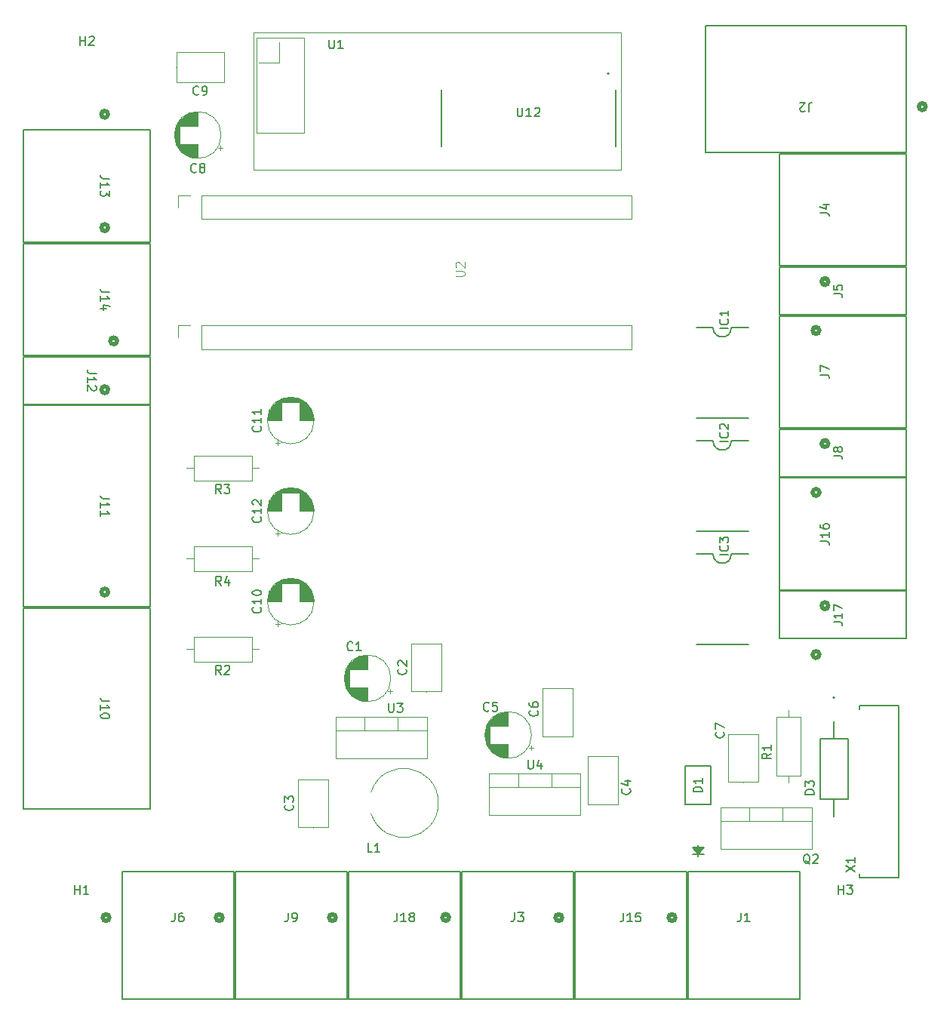
<source format=gbr>
%TF.GenerationSoftware,KiCad,Pcbnew,7.0.9*%
%TF.CreationDate,2023-12-24T19:55:43+02:00*%
%TF.ProjectId,kikad_project,6b696b61-645f-4707-926f-6a6563742e6b,rev?*%
%TF.SameCoordinates,Original*%
%TF.FileFunction,Legend,Top*%
%TF.FilePolarity,Positive*%
%FSLAX46Y46*%
G04 Gerber Fmt 4.6, Leading zero omitted, Abs format (unit mm)*
G04 Created by KiCad (PCBNEW 7.0.9) date 2023-12-24 19:55:43*
%MOMM*%
%LPD*%
G01*
G04 APERTURE LIST*
%ADD10C,0.150000*%
%ADD11C,0.100000*%
%ADD12C,0.152400*%
%ADD13C,0.508000*%
%ADD14C,0.120000*%
%ADD15C,0.127000*%
%ADD16C,0.200000*%
G04 APERTURE END LIST*
D10*
X30186666Y-99954819D02*
X30186666Y-100669104D01*
X30186666Y-100669104D02*
X30139047Y-100811961D01*
X30139047Y-100811961D02*
X30043809Y-100907200D01*
X30043809Y-100907200D02*
X29900952Y-100954819D01*
X29900952Y-100954819D02*
X29805714Y-100954819D01*
X30710476Y-100954819D02*
X30900952Y-100954819D01*
X30900952Y-100954819D02*
X30996190Y-100907200D01*
X30996190Y-100907200D02*
X31043809Y-100859580D01*
X31043809Y-100859580D02*
X31139047Y-100716723D01*
X31139047Y-100716723D02*
X31186666Y-100526247D01*
X31186666Y-100526247D02*
X31186666Y-100145295D01*
X31186666Y-100145295D02*
X31139047Y-100050057D01*
X31139047Y-100050057D02*
X31091428Y-100002438D01*
X31091428Y-100002438D02*
X30996190Y-99954819D01*
X30996190Y-99954819D02*
X30805714Y-99954819D01*
X30805714Y-99954819D02*
X30710476Y-100002438D01*
X30710476Y-100002438D02*
X30662857Y-100050057D01*
X30662857Y-100050057D02*
X30615238Y-100145295D01*
X30615238Y-100145295D02*
X30615238Y-100383390D01*
X30615238Y-100383390D02*
X30662857Y-100478628D01*
X30662857Y-100478628D02*
X30710476Y-100526247D01*
X30710476Y-100526247D02*
X30805714Y-100573866D01*
X30805714Y-100573866D02*
X30996190Y-100573866D01*
X30996190Y-100573866D02*
X31091428Y-100526247D01*
X31091428Y-100526247D02*
X31139047Y-100478628D01*
X31139047Y-100478628D02*
X31186666Y-100383390D01*
X89884820Y-39591634D02*
X90599105Y-39591634D01*
X90599105Y-39591634D02*
X90741962Y-39639253D01*
X90741962Y-39639253D02*
X90837201Y-39734491D01*
X90837201Y-39734491D02*
X90884820Y-39877348D01*
X90884820Y-39877348D02*
X90884820Y-39972586D01*
X89884820Y-39210681D02*
X89884820Y-38544015D01*
X89884820Y-38544015D02*
X90884820Y-38972586D01*
X79610491Y-59805707D02*
X78608184Y-59805707D01*
X79515034Y-58755671D02*
X79562763Y-58803400D01*
X79562763Y-58803400D02*
X79610491Y-58946587D01*
X79610491Y-58946587D02*
X79610491Y-59042045D01*
X79610491Y-59042045D02*
X79562763Y-59185231D01*
X79562763Y-59185231D02*
X79467305Y-59280689D01*
X79467305Y-59280689D02*
X79371847Y-59328418D01*
X79371847Y-59328418D02*
X79180931Y-59376147D01*
X79180931Y-59376147D02*
X79037745Y-59376147D01*
X79037745Y-59376147D02*
X78846829Y-59328418D01*
X78846829Y-59328418D02*
X78751371Y-59280689D01*
X78751371Y-59280689D02*
X78655913Y-59185231D01*
X78655913Y-59185231D02*
X78608184Y-59042045D01*
X78608184Y-59042045D02*
X78608184Y-58946587D01*
X78608184Y-58946587D02*
X78655913Y-58803400D01*
X78655913Y-58803400D02*
X78703642Y-58755671D01*
X78608184Y-58421569D02*
X78608184Y-57801093D01*
X78608184Y-57801093D02*
X78990016Y-58135195D01*
X78990016Y-58135195D02*
X78990016Y-57992009D01*
X78990016Y-57992009D02*
X79037745Y-57896551D01*
X79037745Y-57896551D02*
X79085473Y-57848822D01*
X79085473Y-57848822D02*
X79180931Y-57801093D01*
X79180931Y-57801093D02*
X79419576Y-57801093D01*
X79419576Y-57801093D02*
X79515034Y-57848822D01*
X79515034Y-57848822D02*
X79562763Y-57896551D01*
X79562763Y-57896551D02*
X79610491Y-57992009D01*
X79610491Y-57992009D02*
X79610491Y-58278382D01*
X79610491Y-58278382D02*
X79562763Y-58373840D01*
X79562763Y-58373840D02*
X79515034Y-58421569D01*
X76654819Y-86399594D02*
X75654819Y-86399594D01*
X75654819Y-86399594D02*
X75654819Y-86161499D01*
X75654819Y-86161499D02*
X75702438Y-86018642D01*
X75702438Y-86018642D02*
X75797676Y-85923404D01*
X75797676Y-85923404D02*
X75892914Y-85875785D01*
X75892914Y-85875785D02*
X76083390Y-85828166D01*
X76083390Y-85828166D02*
X76226247Y-85828166D01*
X76226247Y-85828166D02*
X76416723Y-85875785D01*
X76416723Y-85875785D02*
X76511961Y-85923404D01*
X76511961Y-85923404D02*
X76607200Y-86018642D01*
X76607200Y-86018642D02*
X76654819Y-86161499D01*
X76654819Y-86161499D02*
X76654819Y-86399594D01*
X76654819Y-84875785D02*
X76654819Y-85447213D01*
X76654819Y-85161499D02*
X75654819Y-85161499D01*
X75654819Y-85161499D02*
X75797676Y-85256737D01*
X75797676Y-85256737D02*
X75892914Y-85351975D01*
X75892914Y-85351975D02*
X75940533Y-85447213D01*
X89884820Y-58257824D02*
X90599105Y-58257824D01*
X90599105Y-58257824D02*
X90741962Y-58305443D01*
X90741962Y-58305443D02*
X90837201Y-58400681D01*
X90837201Y-58400681D02*
X90884820Y-58543538D01*
X90884820Y-58543538D02*
X90884820Y-58638776D01*
X90884820Y-57257824D02*
X90884820Y-57829252D01*
X90884820Y-57543538D02*
X89884820Y-57543538D01*
X89884820Y-57543538D02*
X90027677Y-57638776D01*
X90027677Y-57638776D02*
X90122915Y-57734014D01*
X90122915Y-57734014D02*
X90170534Y-57829252D01*
X89884820Y-56400681D02*
X89884820Y-56591157D01*
X89884820Y-56591157D02*
X89932439Y-56686395D01*
X89932439Y-56686395D02*
X89980058Y-56734014D01*
X89980058Y-56734014D02*
X90122915Y-56829252D01*
X90122915Y-56829252D02*
X90313391Y-56876871D01*
X90313391Y-56876871D02*
X90694343Y-56876871D01*
X90694343Y-56876871D02*
X90789581Y-56829252D01*
X90789581Y-56829252D02*
X90837201Y-56781633D01*
X90837201Y-56781633D02*
X90884820Y-56686395D01*
X90884820Y-56686395D02*
X90884820Y-56495919D01*
X90884820Y-56495919D02*
X90837201Y-56400681D01*
X90837201Y-56400681D02*
X90789581Y-56353062D01*
X90789581Y-56353062D02*
X90694343Y-56305443D01*
X90694343Y-56305443D02*
X90456248Y-56305443D01*
X90456248Y-56305443D02*
X90361010Y-56353062D01*
X90361010Y-56353062D02*
X90313391Y-56400681D01*
X90313391Y-56400681D02*
X90265772Y-56495919D01*
X90265772Y-56495919D02*
X90265772Y-56686395D01*
X90265772Y-56686395D02*
X90313391Y-56781633D01*
X90313391Y-56781633D02*
X90361010Y-56829252D01*
X90361010Y-56829252D02*
X90456248Y-56876871D01*
X10165180Y-53514075D02*
X9450895Y-53514075D01*
X9450895Y-53514075D02*
X9308038Y-53466456D01*
X9308038Y-53466456D02*
X9212800Y-53371218D01*
X9212800Y-53371218D02*
X9165180Y-53228361D01*
X9165180Y-53228361D02*
X9165180Y-53133123D01*
X9165180Y-54514075D02*
X9165180Y-53942647D01*
X9165180Y-54228361D02*
X10165180Y-54228361D01*
X10165180Y-54228361D02*
X10022323Y-54133123D01*
X10022323Y-54133123D02*
X9927085Y-54037885D01*
X9927085Y-54037885D02*
X9879466Y-53942647D01*
X9165180Y-55466456D02*
X9165180Y-54895028D01*
X9165180Y-55180742D02*
X10165180Y-55180742D01*
X10165180Y-55180742D02*
X10022323Y-55085504D01*
X10022323Y-55085504D02*
X9927085Y-54990266D01*
X9927085Y-54990266D02*
X9879466Y-54895028D01*
X57118095Y-82814819D02*
X57118095Y-83624342D01*
X57118095Y-83624342D02*
X57165714Y-83719580D01*
X57165714Y-83719580D02*
X57213333Y-83767200D01*
X57213333Y-83767200D02*
X57308571Y-83814819D01*
X57308571Y-83814819D02*
X57499047Y-83814819D01*
X57499047Y-83814819D02*
X57594285Y-83767200D01*
X57594285Y-83767200D02*
X57641904Y-83719580D01*
X57641904Y-83719580D02*
X57689523Y-83624342D01*
X57689523Y-83624342D02*
X57689523Y-82814819D01*
X58594285Y-83148152D02*
X58594285Y-83814819D01*
X58356190Y-82767200D02*
X58118095Y-83481485D01*
X58118095Y-83481485D02*
X58737142Y-83481485D01*
X58159580Y-77266666D02*
X58207200Y-77314285D01*
X58207200Y-77314285D02*
X58254819Y-77457142D01*
X58254819Y-77457142D02*
X58254819Y-77552380D01*
X58254819Y-77552380D02*
X58207200Y-77695237D01*
X58207200Y-77695237D02*
X58111961Y-77790475D01*
X58111961Y-77790475D02*
X58016723Y-77838094D01*
X58016723Y-77838094D02*
X57826247Y-77885713D01*
X57826247Y-77885713D02*
X57683390Y-77885713D01*
X57683390Y-77885713D02*
X57492914Y-77838094D01*
X57492914Y-77838094D02*
X57397676Y-77790475D01*
X57397676Y-77790475D02*
X57302438Y-77695237D01*
X57302438Y-77695237D02*
X57254819Y-77552380D01*
X57254819Y-77552380D02*
X57254819Y-77457142D01*
X57254819Y-77457142D02*
X57302438Y-77314285D01*
X57302438Y-77314285D02*
X57350057Y-77266666D01*
X57254819Y-76409523D02*
X57254819Y-76599999D01*
X57254819Y-76599999D02*
X57302438Y-76695237D01*
X57302438Y-76695237D02*
X57350057Y-76742856D01*
X57350057Y-76742856D02*
X57492914Y-76838094D01*
X57492914Y-76838094D02*
X57683390Y-76885713D01*
X57683390Y-76885713D02*
X58064342Y-76885713D01*
X58064342Y-76885713D02*
X58159580Y-76838094D01*
X58159580Y-76838094D02*
X58207200Y-76790475D01*
X58207200Y-76790475D02*
X58254819Y-76695237D01*
X58254819Y-76695237D02*
X58254819Y-76504761D01*
X58254819Y-76504761D02*
X58207200Y-76409523D01*
X58207200Y-76409523D02*
X58159580Y-76361904D01*
X58159580Y-76361904D02*
X58064342Y-76314285D01*
X58064342Y-76314285D02*
X57826247Y-76314285D01*
X57826247Y-76314285D02*
X57731009Y-76361904D01*
X57731009Y-76361904D02*
X57683390Y-76409523D01*
X57683390Y-76409523D02*
X57635771Y-76504761D01*
X57635771Y-76504761D02*
X57635771Y-76695237D01*
X57635771Y-76695237D02*
X57683390Y-76790475D01*
X57683390Y-76790475D02*
X57731009Y-76838094D01*
X57731009Y-76838094D02*
X57826247Y-76885713D01*
X91384819Y-67347823D02*
X92099104Y-67347823D01*
X92099104Y-67347823D02*
X92241961Y-67395442D01*
X92241961Y-67395442D02*
X92337200Y-67490680D01*
X92337200Y-67490680D02*
X92384819Y-67633537D01*
X92384819Y-67633537D02*
X92384819Y-67728775D01*
X92384819Y-66347823D02*
X92384819Y-66919251D01*
X92384819Y-66633537D02*
X91384819Y-66633537D01*
X91384819Y-66633537D02*
X91527676Y-66728775D01*
X91527676Y-66728775D02*
X91622914Y-66824013D01*
X91622914Y-66824013D02*
X91670533Y-66919251D01*
X91384819Y-66014489D02*
X91384819Y-65347823D01*
X91384819Y-65347823D02*
X92384819Y-65776394D01*
X89214819Y-86658094D02*
X88214819Y-86658094D01*
X88214819Y-86658094D02*
X88214819Y-86419999D01*
X88214819Y-86419999D02*
X88262438Y-86277142D01*
X88262438Y-86277142D02*
X88357676Y-86181904D01*
X88357676Y-86181904D02*
X88452914Y-86134285D01*
X88452914Y-86134285D02*
X88643390Y-86086666D01*
X88643390Y-86086666D02*
X88786247Y-86086666D01*
X88786247Y-86086666D02*
X88976723Y-86134285D01*
X88976723Y-86134285D02*
X89071961Y-86181904D01*
X89071961Y-86181904D02*
X89167200Y-86277142D01*
X89167200Y-86277142D02*
X89214819Y-86419999D01*
X89214819Y-86419999D02*
X89214819Y-86658094D01*
X88214819Y-85753332D02*
X88214819Y-85134285D01*
X88214819Y-85134285D02*
X88595771Y-85467618D01*
X88595771Y-85467618D02*
X88595771Y-85324761D01*
X88595771Y-85324761D02*
X88643390Y-85229523D01*
X88643390Y-85229523D02*
X88691009Y-85181904D01*
X88691009Y-85181904D02*
X88786247Y-85134285D01*
X88786247Y-85134285D02*
X89024342Y-85134285D01*
X89024342Y-85134285D02*
X89119580Y-85181904D01*
X89119580Y-85181904D02*
X89167200Y-85229523D01*
X89167200Y-85229523D02*
X89214819Y-85324761D01*
X89214819Y-85324761D02*
X89214819Y-85610475D01*
X89214819Y-85610475D02*
X89167200Y-85705713D01*
X89167200Y-85705713D02*
X89119580Y-85753332D01*
X20153333Y-8109580D02*
X20105714Y-8157200D01*
X20105714Y-8157200D02*
X19962857Y-8204819D01*
X19962857Y-8204819D02*
X19867619Y-8204819D01*
X19867619Y-8204819D02*
X19724762Y-8157200D01*
X19724762Y-8157200D02*
X19629524Y-8061961D01*
X19629524Y-8061961D02*
X19581905Y-7966723D01*
X19581905Y-7966723D02*
X19534286Y-7776247D01*
X19534286Y-7776247D02*
X19534286Y-7633390D01*
X19534286Y-7633390D02*
X19581905Y-7442914D01*
X19581905Y-7442914D02*
X19629524Y-7347676D01*
X19629524Y-7347676D02*
X19724762Y-7252438D01*
X19724762Y-7252438D02*
X19867619Y-7204819D01*
X19867619Y-7204819D02*
X19962857Y-7204819D01*
X19962857Y-7204819D02*
X20105714Y-7252438D01*
X20105714Y-7252438D02*
X20153333Y-7300057D01*
X20629524Y-8204819D02*
X20820000Y-8204819D01*
X20820000Y-8204819D02*
X20915238Y-8157200D01*
X20915238Y-8157200D02*
X20962857Y-8109580D01*
X20962857Y-8109580D02*
X21058095Y-7966723D01*
X21058095Y-7966723D02*
X21105714Y-7776247D01*
X21105714Y-7776247D02*
X21105714Y-7395295D01*
X21105714Y-7395295D02*
X21058095Y-7300057D01*
X21058095Y-7300057D02*
X21010476Y-7252438D01*
X21010476Y-7252438D02*
X20915238Y-7204819D01*
X20915238Y-7204819D02*
X20724762Y-7204819D01*
X20724762Y-7204819D02*
X20629524Y-7252438D01*
X20629524Y-7252438D02*
X20581905Y-7300057D01*
X20581905Y-7300057D02*
X20534286Y-7395295D01*
X20534286Y-7395295D02*
X20534286Y-7633390D01*
X20534286Y-7633390D02*
X20581905Y-7728628D01*
X20581905Y-7728628D02*
X20629524Y-7776247D01*
X20629524Y-7776247D02*
X20724762Y-7823866D01*
X20724762Y-7823866D02*
X20915238Y-7823866D01*
X20915238Y-7823866D02*
X21010476Y-7776247D01*
X21010476Y-7776247D02*
X21058095Y-7728628D01*
X21058095Y-7728628D02*
X21105714Y-7633390D01*
D11*
X48987419Y-28526904D02*
X49796942Y-28526904D01*
X49796942Y-28526904D02*
X49892180Y-28479285D01*
X49892180Y-28479285D02*
X49939800Y-28431666D01*
X49939800Y-28431666D02*
X49987419Y-28336428D01*
X49987419Y-28336428D02*
X49987419Y-28145952D01*
X49987419Y-28145952D02*
X49939800Y-28050714D01*
X49939800Y-28050714D02*
X49892180Y-28003095D01*
X49892180Y-28003095D02*
X49796942Y-27955476D01*
X49796942Y-27955476D02*
X48987419Y-27955476D01*
X49082657Y-27526904D02*
X49035038Y-27479285D01*
X49035038Y-27479285D02*
X48987419Y-27384047D01*
X48987419Y-27384047D02*
X48987419Y-27145952D01*
X48987419Y-27145952D02*
X49035038Y-27050714D01*
X49035038Y-27050714D02*
X49082657Y-27003095D01*
X49082657Y-27003095D02*
X49177895Y-26955476D01*
X49177895Y-26955476D02*
X49273133Y-26955476D01*
X49273133Y-26955476D02*
X49415990Y-27003095D01*
X49415990Y-27003095D02*
X49987419Y-27574523D01*
X49987419Y-27574523D02*
X49987419Y-26955476D01*
D10*
X27089580Y-55522857D02*
X27137200Y-55570476D01*
X27137200Y-55570476D02*
X27184819Y-55713333D01*
X27184819Y-55713333D02*
X27184819Y-55808571D01*
X27184819Y-55808571D02*
X27137200Y-55951428D01*
X27137200Y-55951428D02*
X27041961Y-56046666D01*
X27041961Y-56046666D02*
X26946723Y-56094285D01*
X26946723Y-56094285D02*
X26756247Y-56141904D01*
X26756247Y-56141904D02*
X26613390Y-56141904D01*
X26613390Y-56141904D02*
X26422914Y-56094285D01*
X26422914Y-56094285D02*
X26327676Y-56046666D01*
X26327676Y-56046666D02*
X26232438Y-55951428D01*
X26232438Y-55951428D02*
X26184819Y-55808571D01*
X26184819Y-55808571D02*
X26184819Y-55713333D01*
X26184819Y-55713333D02*
X26232438Y-55570476D01*
X26232438Y-55570476D02*
X26280057Y-55522857D01*
X27184819Y-54570476D02*
X27184819Y-55141904D01*
X27184819Y-54856190D02*
X26184819Y-54856190D01*
X26184819Y-54856190D02*
X26327676Y-54951428D01*
X26327676Y-54951428D02*
X26422914Y-55046666D01*
X26422914Y-55046666D02*
X26470533Y-55141904D01*
X26280057Y-54189523D02*
X26232438Y-54141904D01*
X26232438Y-54141904D02*
X26184819Y-54046666D01*
X26184819Y-54046666D02*
X26184819Y-53808571D01*
X26184819Y-53808571D02*
X26232438Y-53713333D01*
X26232438Y-53713333D02*
X26280057Y-53665714D01*
X26280057Y-53665714D02*
X26375295Y-53618095D01*
X26375295Y-53618095D02*
X26470533Y-53618095D01*
X26470533Y-53618095D02*
X26613390Y-53665714D01*
X26613390Y-53665714D02*
X27184819Y-54237142D01*
X27184819Y-54237142D02*
X27184819Y-53618095D01*
X79610491Y-34405707D02*
X78608184Y-34405707D01*
X79515034Y-33355671D02*
X79562763Y-33403400D01*
X79562763Y-33403400D02*
X79610491Y-33546587D01*
X79610491Y-33546587D02*
X79610491Y-33642045D01*
X79610491Y-33642045D02*
X79562763Y-33785231D01*
X79562763Y-33785231D02*
X79467305Y-33880689D01*
X79467305Y-33880689D02*
X79371847Y-33928418D01*
X79371847Y-33928418D02*
X79180931Y-33976147D01*
X79180931Y-33976147D02*
X79037745Y-33976147D01*
X79037745Y-33976147D02*
X78846829Y-33928418D01*
X78846829Y-33928418D02*
X78751371Y-33880689D01*
X78751371Y-33880689D02*
X78655913Y-33785231D01*
X78655913Y-33785231D02*
X78608184Y-33642045D01*
X78608184Y-33642045D02*
X78608184Y-33546587D01*
X78608184Y-33546587D02*
X78655913Y-33403400D01*
X78655913Y-33403400D02*
X78703642Y-33355671D01*
X79610491Y-32401093D02*
X79610491Y-32973840D01*
X79610491Y-32687466D02*
X78608184Y-32687466D01*
X78608184Y-32687466D02*
X78751371Y-32782924D01*
X78751371Y-32782924D02*
X78846829Y-32878382D01*
X78846829Y-32878382D02*
X78894558Y-32973840D01*
X68519580Y-86046666D02*
X68567200Y-86094285D01*
X68567200Y-86094285D02*
X68614819Y-86237142D01*
X68614819Y-86237142D02*
X68614819Y-86332380D01*
X68614819Y-86332380D02*
X68567200Y-86475237D01*
X68567200Y-86475237D02*
X68471961Y-86570475D01*
X68471961Y-86570475D02*
X68376723Y-86618094D01*
X68376723Y-86618094D02*
X68186247Y-86665713D01*
X68186247Y-86665713D02*
X68043390Y-86665713D01*
X68043390Y-86665713D02*
X67852914Y-86618094D01*
X67852914Y-86618094D02*
X67757676Y-86570475D01*
X67757676Y-86570475D02*
X67662438Y-86475237D01*
X67662438Y-86475237D02*
X67614819Y-86332380D01*
X67614819Y-86332380D02*
X67614819Y-86237142D01*
X67614819Y-86237142D02*
X67662438Y-86094285D01*
X67662438Y-86094285D02*
X67710057Y-86046666D01*
X67948152Y-85189523D02*
X68614819Y-85189523D01*
X67567200Y-85427618D02*
X68281485Y-85665713D01*
X68281485Y-85665713D02*
X68281485Y-85046666D01*
X10165180Y-76215976D02*
X9450895Y-76215976D01*
X9450895Y-76215976D02*
X9308038Y-76168357D01*
X9308038Y-76168357D02*
X9212800Y-76073119D01*
X9212800Y-76073119D02*
X9165180Y-75930262D01*
X9165180Y-75930262D02*
X9165180Y-75835024D01*
X9165180Y-77215976D02*
X9165180Y-76644548D01*
X9165180Y-76930262D02*
X10165180Y-76930262D01*
X10165180Y-76930262D02*
X10022323Y-76835024D01*
X10022323Y-76835024D02*
X9927085Y-76739786D01*
X9927085Y-76739786D02*
X9879466Y-76644548D01*
X10165180Y-77835024D02*
X10165180Y-77930262D01*
X10165180Y-77930262D02*
X10117561Y-78025500D01*
X10117561Y-78025500D02*
X10069942Y-78073119D01*
X10069942Y-78073119D02*
X9974704Y-78120738D01*
X9974704Y-78120738D02*
X9784228Y-78168357D01*
X9784228Y-78168357D02*
X9546133Y-78168357D01*
X9546133Y-78168357D02*
X9355657Y-78120738D01*
X9355657Y-78120738D02*
X9260419Y-78073119D01*
X9260419Y-78073119D02*
X9212800Y-78025500D01*
X9212800Y-78025500D02*
X9165180Y-77930262D01*
X9165180Y-77930262D02*
X9165180Y-77835024D01*
X9165180Y-77835024D02*
X9212800Y-77739786D01*
X9212800Y-77739786D02*
X9260419Y-77692167D01*
X9260419Y-77692167D02*
X9355657Y-77644548D01*
X9355657Y-77644548D02*
X9546133Y-77596929D01*
X9546133Y-77596929D02*
X9784228Y-77596929D01*
X9784228Y-77596929D02*
X9974704Y-77644548D01*
X9974704Y-77644548D02*
X10069942Y-77692167D01*
X10069942Y-77692167D02*
X10117561Y-77739786D01*
X10117561Y-77739786D02*
X10165180Y-77835024D01*
X17486666Y-99954819D02*
X17486666Y-100669104D01*
X17486666Y-100669104D02*
X17439047Y-100811961D01*
X17439047Y-100811961D02*
X17343809Y-100907200D01*
X17343809Y-100907200D02*
X17200952Y-100954819D01*
X17200952Y-100954819D02*
X17105714Y-100954819D01*
X18391428Y-99954819D02*
X18200952Y-99954819D01*
X18200952Y-99954819D02*
X18105714Y-100002438D01*
X18105714Y-100002438D02*
X18058095Y-100050057D01*
X18058095Y-100050057D02*
X17962857Y-100192914D01*
X17962857Y-100192914D02*
X17915238Y-100383390D01*
X17915238Y-100383390D02*
X17915238Y-100764342D01*
X17915238Y-100764342D02*
X17962857Y-100859580D01*
X17962857Y-100859580D02*
X18010476Y-100907200D01*
X18010476Y-100907200D02*
X18105714Y-100954819D01*
X18105714Y-100954819D02*
X18296190Y-100954819D01*
X18296190Y-100954819D02*
X18391428Y-100907200D01*
X18391428Y-100907200D02*
X18439047Y-100859580D01*
X18439047Y-100859580D02*
X18486666Y-100764342D01*
X18486666Y-100764342D02*
X18486666Y-100526247D01*
X18486666Y-100526247D02*
X18439047Y-100431009D01*
X18439047Y-100431009D02*
X18391428Y-100383390D01*
X18391428Y-100383390D02*
X18296190Y-100335771D01*
X18296190Y-100335771D02*
X18105714Y-100335771D01*
X18105714Y-100335771D02*
X18010476Y-100383390D01*
X18010476Y-100383390D02*
X17962857Y-100431009D01*
X17962857Y-100431009D02*
X17915238Y-100526247D01*
X88623333Y-10055180D02*
X88623333Y-9340895D01*
X88623333Y-9340895D02*
X88670952Y-9198038D01*
X88670952Y-9198038D02*
X88766190Y-9102800D01*
X88766190Y-9102800D02*
X88909047Y-9055180D01*
X88909047Y-9055180D02*
X89004285Y-9055180D01*
X88194761Y-9959942D02*
X88147142Y-10007561D01*
X88147142Y-10007561D02*
X88051904Y-10055180D01*
X88051904Y-10055180D02*
X87813809Y-10055180D01*
X87813809Y-10055180D02*
X87718571Y-10007561D01*
X87718571Y-10007561D02*
X87670952Y-9959942D01*
X87670952Y-9959942D02*
X87623333Y-9864704D01*
X87623333Y-9864704D02*
X87623333Y-9769466D01*
X87623333Y-9769466D02*
X87670952Y-9626609D01*
X87670952Y-9626609D02*
X88242380Y-9055180D01*
X88242380Y-9055180D02*
X87623333Y-9055180D01*
X10165180Y-30330476D02*
X9450895Y-30330476D01*
X9450895Y-30330476D02*
X9308038Y-30282857D01*
X9308038Y-30282857D02*
X9212800Y-30187619D01*
X9212800Y-30187619D02*
X9165180Y-30044762D01*
X9165180Y-30044762D02*
X9165180Y-29949524D01*
X9165180Y-31330476D02*
X9165180Y-30759048D01*
X9165180Y-31044762D02*
X10165180Y-31044762D01*
X10165180Y-31044762D02*
X10022323Y-30949524D01*
X10022323Y-30949524D02*
X9927085Y-30854286D01*
X9927085Y-30854286D02*
X9879466Y-30759048D01*
X9831847Y-32187619D02*
X9165180Y-32187619D01*
X10212800Y-31949524D02*
X9498514Y-31711429D01*
X9498514Y-31711429D02*
X9498514Y-32330476D01*
X6858095Y-2604819D02*
X6858095Y-1604819D01*
X6858095Y-2081009D02*
X7429523Y-2081009D01*
X7429523Y-2604819D02*
X7429523Y-1604819D01*
X7858095Y-1700057D02*
X7905714Y-1652438D01*
X7905714Y-1652438D02*
X8000952Y-1604819D01*
X8000952Y-1604819D02*
X8239047Y-1604819D01*
X8239047Y-1604819D02*
X8334285Y-1652438D01*
X8334285Y-1652438D02*
X8381904Y-1700057D01*
X8381904Y-1700057D02*
X8429523Y-1795295D01*
X8429523Y-1795295D02*
X8429523Y-1890533D01*
X8429523Y-1890533D02*
X8381904Y-2033390D01*
X8381904Y-2033390D02*
X7810476Y-2604819D01*
X7810476Y-2604819D02*
X8429523Y-2604819D01*
X43409580Y-72616666D02*
X43457200Y-72664285D01*
X43457200Y-72664285D02*
X43504819Y-72807142D01*
X43504819Y-72807142D02*
X43504819Y-72902380D01*
X43504819Y-72902380D02*
X43457200Y-73045237D01*
X43457200Y-73045237D02*
X43361961Y-73140475D01*
X43361961Y-73140475D02*
X43266723Y-73188094D01*
X43266723Y-73188094D02*
X43076247Y-73235713D01*
X43076247Y-73235713D02*
X42933390Y-73235713D01*
X42933390Y-73235713D02*
X42742914Y-73188094D01*
X42742914Y-73188094D02*
X42647676Y-73140475D01*
X42647676Y-73140475D02*
X42552438Y-73045237D01*
X42552438Y-73045237D02*
X42504819Y-72902380D01*
X42504819Y-72902380D02*
X42504819Y-72807142D01*
X42504819Y-72807142D02*
X42552438Y-72664285D01*
X42552438Y-72664285D02*
X42600057Y-72616666D01*
X42600057Y-72235713D02*
X42552438Y-72188094D01*
X42552438Y-72188094D02*
X42504819Y-72092856D01*
X42504819Y-72092856D02*
X42504819Y-71854761D01*
X42504819Y-71854761D02*
X42552438Y-71759523D01*
X42552438Y-71759523D02*
X42600057Y-71711904D01*
X42600057Y-71711904D02*
X42695295Y-71664285D01*
X42695295Y-71664285D02*
X42790533Y-71664285D01*
X42790533Y-71664285D02*
X42933390Y-71711904D01*
X42933390Y-71711904D02*
X43504819Y-72283332D01*
X43504819Y-72283332D02*
X43504819Y-71664285D01*
X39633333Y-93154819D02*
X39157143Y-93154819D01*
X39157143Y-93154819D02*
X39157143Y-92154819D01*
X40490476Y-93154819D02*
X39919048Y-93154819D01*
X40204762Y-93154819D02*
X40204762Y-92154819D01*
X40204762Y-92154819D02*
X40109524Y-92297676D01*
X40109524Y-92297676D02*
X40014286Y-92392914D01*
X40014286Y-92392914D02*
X39919048Y-92440533D01*
X41478095Y-76444819D02*
X41478095Y-77254342D01*
X41478095Y-77254342D02*
X41525714Y-77349580D01*
X41525714Y-77349580D02*
X41573333Y-77397200D01*
X41573333Y-77397200D02*
X41668571Y-77444819D01*
X41668571Y-77444819D02*
X41859047Y-77444819D01*
X41859047Y-77444819D02*
X41954285Y-77397200D01*
X41954285Y-77397200D02*
X42001904Y-77349580D01*
X42001904Y-77349580D02*
X42049523Y-77254342D01*
X42049523Y-77254342D02*
X42049523Y-76444819D01*
X42430476Y-76444819D02*
X43049523Y-76444819D01*
X43049523Y-76444819D02*
X42716190Y-76825771D01*
X42716190Y-76825771D02*
X42859047Y-76825771D01*
X42859047Y-76825771D02*
X42954285Y-76873390D01*
X42954285Y-76873390D02*
X43001904Y-76921009D01*
X43001904Y-76921009D02*
X43049523Y-77016247D01*
X43049523Y-77016247D02*
X43049523Y-77254342D01*
X43049523Y-77254342D02*
X43001904Y-77349580D01*
X43001904Y-77349580D02*
X42954285Y-77397200D01*
X42954285Y-77397200D02*
X42859047Y-77444819D01*
X42859047Y-77444819D02*
X42573333Y-77444819D01*
X42573333Y-77444819D02*
X42478095Y-77397200D01*
X42478095Y-77397200D02*
X42430476Y-77349580D01*
X22693333Y-52894819D02*
X22360000Y-52418628D01*
X22121905Y-52894819D02*
X22121905Y-51894819D01*
X22121905Y-51894819D02*
X22502857Y-51894819D01*
X22502857Y-51894819D02*
X22598095Y-51942438D01*
X22598095Y-51942438D02*
X22645714Y-51990057D01*
X22645714Y-51990057D02*
X22693333Y-52085295D01*
X22693333Y-52085295D02*
X22693333Y-52228152D01*
X22693333Y-52228152D02*
X22645714Y-52323390D01*
X22645714Y-52323390D02*
X22598095Y-52371009D01*
X22598095Y-52371009D02*
X22502857Y-52418628D01*
X22502857Y-52418628D02*
X22121905Y-52418628D01*
X23026667Y-51894819D02*
X23645714Y-51894819D01*
X23645714Y-51894819D02*
X23312381Y-52275771D01*
X23312381Y-52275771D02*
X23455238Y-52275771D01*
X23455238Y-52275771D02*
X23550476Y-52323390D01*
X23550476Y-52323390D02*
X23598095Y-52371009D01*
X23598095Y-52371009D02*
X23645714Y-52466247D01*
X23645714Y-52466247D02*
X23645714Y-52704342D01*
X23645714Y-52704342D02*
X23598095Y-52799580D01*
X23598095Y-52799580D02*
X23550476Y-52847200D01*
X23550476Y-52847200D02*
X23455238Y-52894819D01*
X23455238Y-52894819D02*
X23169524Y-52894819D01*
X23169524Y-52894819D02*
X23074286Y-52847200D01*
X23074286Y-52847200D02*
X23026667Y-52799580D01*
X80986666Y-99954819D02*
X80986666Y-100669104D01*
X80986666Y-100669104D02*
X80939047Y-100811961D01*
X80939047Y-100811961D02*
X80843809Y-100907200D01*
X80843809Y-100907200D02*
X80700952Y-100954819D01*
X80700952Y-100954819D02*
X80605714Y-100954819D01*
X81986666Y-100954819D02*
X81415238Y-100954819D01*
X81700952Y-100954819D02*
X81700952Y-99954819D01*
X81700952Y-99954819D02*
X81605714Y-100097676D01*
X81605714Y-100097676D02*
X81510476Y-100192914D01*
X81510476Y-100192914D02*
X81415238Y-100240533D01*
X30709580Y-87856666D02*
X30757200Y-87904285D01*
X30757200Y-87904285D02*
X30804819Y-88047142D01*
X30804819Y-88047142D02*
X30804819Y-88142380D01*
X30804819Y-88142380D02*
X30757200Y-88285237D01*
X30757200Y-88285237D02*
X30661961Y-88380475D01*
X30661961Y-88380475D02*
X30566723Y-88428094D01*
X30566723Y-88428094D02*
X30376247Y-88475713D01*
X30376247Y-88475713D02*
X30233390Y-88475713D01*
X30233390Y-88475713D02*
X30042914Y-88428094D01*
X30042914Y-88428094D02*
X29947676Y-88380475D01*
X29947676Y-88380475D02*
X29852438Y-88285237D01*
X29852438Y-88285237D02*
X29804819Y-88142380D01*
X29804819Y-88142380D02*
X29804819Y-88047142D01*
X29804819Y-88047142D02*
X29852438Y-87904285D01*
X29852438Y-87904285D02*
X29900057Y-87856666D01*
X29804819Y-87523332D02*
X29804819Y-86904285D01*
X29804819Y-86904285D02*
X30185771Y-87237618D01*
X30185771Y-87237618D02*
X30185771Y-87094761D01*
X30185771Y-87094761D02*
X30233390Y-86999523D01*
X30233390Y-86999523D02*
X30281009Y-86951904D01*
X30281009Y-86951904D02*
X30376247Y-86904285D01*
X30376247Y-86904285D02*
X30614342Y-86904285D01*
X30614342Y-86904285D02*
X30709580Y-86951904D01*
X30709580Y-86951904D02*
X30757200Y-86999523D01*
X30757200Y-86999523D02*
X30804819Y-87094761D01*
X30804819Y-87094761D02*
X30804819Y-87380475D01*
X30804819Y-87380475D02*
X30757200Y-87475713D01*
X30757200Y-87475713D02*
X30709580Y-87523332D01*
X91384819Y-48681633D02*
X92099104Y-48681633D01*
X92099104Y-48681633D02*
X92241961Y-48729252D01*
X92241961Y-48729252D02*
X92337200Y-48824490D01*
X92337200Y-48824490D02*
X92384819Y-48967347D01*
X92384819Y-48967347D02*
X92384819Y-49062585D01*
X91813390Y-48062585D02*
X91765771Y-48157823D01*
X91765771Y-48157823D02*
X91718152Y-48205442D01*
X91718152Y-48205442D02*
X91622914Y-48253061D01*
X91622914Y-48253061D02*
X91575295Y-48253061D01*
X91575295Y-48253061D02*
X91480057Y-48205442D01*
X91480057Y-48205442D02*
X91432438Y-48157823D01*
X91432438Y-48157823D02*
X91384819Y-48062585D01*
X91384819Y-48062585D02*
X91384819Y-47872109D01*
X91384819Y-47872109D02*
X91432438Y-47776871D01*
X91432438Y-47776871D02*
X91480057Y-47729252D01*
X91480057Y-47729252D02*
X91575295Y-47681633D01*
X91575295Y-47681633D02*
X91622914Y-47681633D01*
X91622914Y-47681633D02*
X91718152Y-47729252D01*
X91718152Y-47729252D02*
X91765771Y-47776871D01*
X91765771Y-47776871D02*
X91813390Y-47872109D01*
X91813390Y-47872109D02*
X91813390Y-48062585D01*
X91813390Y-48062585D02*
X91861009Y-48157823D01*
X91861009Y-48157823D02*
X91908628Y-48205442D01*
X91908628Y-48205442D02*
X92003866Y-48253061D01*
X92003866Y-48253061D02*
X92194342Y-48253061D01*
X92194342Y-48253061D02*
X92289580Y-48205442D01*
X92289580Y-48205442D02*
X92337200Y-48157823D01*
X92337200Y-48157823D02*
X92384819Y-48062585D01*
X92384819Y-48062585D02*
X92384819Y-47872109D01*
X92384819Y-47872109D02*
X92337200Y-47776871D01*
X92337200Y-47776871D02*
X92289580Y-47729252D01*
X92289580Y-47729252D02*
X92194342Y-47681633D01*
X92194342Y-47681633D02*
X92003866Y-47681633D01*
X92003866Y-47681633D02*
X91908628Y-47729252D01*
X91908628Y-47729252D02*
X91861009Y-47776871D01*
X91861009Y-47776871D02*
X91813390Y-47872109D01*
X55596666Y-99934819D02*
X55596666Y-100649104D01*
X55596666Y-100649104D02*
X55549047Y-100791961D01*
X55549047Y-100791961D02*
X55453809Y-100887200D01*
X55453809Y-100887200D02*
X55310952Y-100934819D01*
X55310952Y-100934819D02*
X55215714Y-100934819D01*
X55977619Y-99934819D02*
X56596666Y-99934819D01*
X56596666Y-99934819D02*
X56263333Y-100315771D01*
X56263333Y-100315771D02*
X56406190Y-100315771D01*
X56406190Y-100315771D02*
X56501428Y-100363390D01*
X56501428Y-100363390D02*
X56549047Y-100411009D01*
X56549047Y-100411009D02*
X56596666Y-100506247D01*
X56596666Y-100506247D02*
X56596666Y-100744342D01*
X56596666Y-100744342D02*
X56549047Y-100839580D01*
X56549047Y-100839580D02*
X56501428Y-100887200D01*
X56501428Y-100887200D02*
X56406190Y-100934819D01*
X56406190Y-100934819D02*
X56120476Y-100934819D01*
X56120476Y-100934819D02*
X56025238Y-100887200D01*
X56025238Y-100887200D02*
X55977619Y-100839580D01*
X37433333Y-70459580D02*
X37385714Y-70507200D01*
X37385714Y-70507200D02*
X37242857Y-70554819D01*
X37242857Y-70554819D02*
X37147619Y-70554819D01*
X37147619Y-70554819D02*
X37004762Y-70507200D01*
X37004762Y-70507200D02*
X36909524Y-70411961D01*
X36909524Y-70411961D02*
X36861905Y-70316723D01*
X36861905Y-70316723D02*
X36814286Y-70126247D01*
X36814286Y-70126247D02*
X36814286Y-69983390D01*
X36814286Y-69983390D02*
X36861905Y-69792914D01*
X36861905Y-69792914D02*
X36909524Y-69697676D01*
X36909524Y-69697676D02*
X37004762Y-69602438D01*
X37004762Y-69602438D02*
X37147619Y-69554819D01*
X37147619Y-69554819D02*
X37242857Y-69554819D01*
X37242857Y-69554819D02*
X37385714Y-69602438D01*
X37385714Y-69602438D02*
X37433333Y-69650057D01*
X38385714Y-70554819D02*
X37814286Y-70554819D01*
X38100000Y-70554819D02*
X38100000Y-69554819D01*
X38100000Y-69554819D02*
X38004762Y-69697676D01*
X38004762Y-69697676D02*
X37909524Y-69792914D01*
X37909524Y-69792914D02*
X37814286Y-69840533D01*
X6238095Y-97854819D02*
X6238095Y-96854819D01*
X6238095Y-97331009D02*
X6809523Y-97331009D01*
X6809523Y-97854819D02*
X6809523Y-96854819D01*
X7809523Y-97854819D02*
X7238095Y-97854819D01*
X7523809Y-97854819D02*
X7523809Y-96854819D01*
X7523809Y-96854819D02*
X7428571Y-96997676D01*
X7428571Y-96997676D02*
X7333333Y-97092914D01*
X7333333Y-97092914D02*
X7238095Y-97140533D01*
X67810476Y-99954819D02*
X67810476Y-100669104D01*
X67810476Y-100669104D02*
X67762857Y-100811961D01*
X67762857Y-100811961D02*
X67667619Y-100907200D01*
X67667619Y-100907200D02*
X67524762Y-100954819D01*
X67524762Y-100954819D02*
X67429524Y-100954819D01*
X68810476Y-100954819D02*
X68239048Y-100954819D01*
X68524762Y-100954819D02*
X68524762Y-99954819D01*
X68524762Y-99954819D02*
X68429524Y-100097676D01*
X68429524Y-100097676D02*
X68334286Y-100192914D01*
X68334286Y-100192914D02*
X68239048Y-100240533D01*
X69715238Y-99954819D02*
X69239048Y-99954819D01*
X69239048Y-99954819D02*
X69191429Y-100431009D01*
X69191429Y-100431009D02*
X69239048Y-100383390D01*
X69239048Y-100383390D02*
X69334286Y-100335771D01*
X69334286Y-100335771D02*
X69572381Y-100335771D01*
X69572381Y-100335771D02*
X69667619Y-100383390D01*
X69667619Y-100383390D02*
X69715238Y-100431009D01*
X69715238Y-100431009D02*
X69762857Y-100526247D01*
X69762857Y-100526247D02*
X69762857Y-100764342D01*
X69762857Y-100764342D02*
X69715238Y-100859580D01*
X69715238Y-100859580D02*
X69667619Y-100907200D01*
X69667619Y-100907200D02*
X69572381Y-100954819D01*
X69572381Y-100954819D02*
X69334286Y-100954819D01*
X69334286Y-100954819D02*
X69239048Y-100907200D01*
X69239048Y-100907200D02*
X69191429Y-100859580D01*
X27089580Y-45362857D02*
X27137200Y-45410476D01*
X27137200Y-45410476D02*
X27184819Y-45553333D01*
X27184819Y-45553333D02*
X27184819Y-45648571D01*
X27184819Y-45648571D02*
X27137200Y-45791428D01*
X27137200Y-45791428D02*
X27041961Y-45886666D01*
X27041961Y-45886666D02*
X26946723Y-45934285D01*
X26946723Y-45934285D02*
X26756247Y-45981904D01*
X26756247Y-45981904D02*
X26613390Y-45981904D01*
X26613390Y-45981904D02*
X26422914Y-45934285D01*
X26422914Y-45934285D02*
X26327676Y-45886666D01*
X26327676Y-45886666D02*
X26232438Y-45791428D01*
X26232438Y-45791428D02*
X26184819Y-45648571D01*
X26184819Y-45648571D02*
X26184819Y-45553333D01*
X26184819Y-45553333D02*
X26232438Y-45410476D01*
X26232438Y-45410476D02*
X26280057Y-45362857D01*
X27184819Y-44410476D02*
X27184819Y-44981904D01*
X27184819Y-44696190D02*
X26184819Y-44696190D01*
X26184819Y-44696190D02*
X26327676Y-44791428D01*
X26327676Y-44791428D02*
X26422914Y-44886666D01*
X26422914Y-44886666D02*
X26470533Y-44981904D01*
X27184819Y-43458095D02*
X27184819Y-44029523D01*
X27184819Y-43743809D02*
X26184819Y-43743809D01*
X26184819Y-43743809D02*
X26327676Y-43839047D01*
X26327676Y-43839047D02*
X26422914Y-43934285D01*
X26422914Y-43934285D02*
X26470533Y-44029523D01*
X84374819Y-82086666D02*
X83898628Y-82419999D01*
X84374819Y-82658094D02*
X83374819Y-82658094D01*
X83374819Y-82658094D02*
X83374819Y-82277142D01*
X83374819Y-82277142D02*
X83422438Y-82181904D01*
X83422438Y-82181904D02*
X83470057Y-82134285D01*
X83470057Y-82134285D02*
X83565295Y-82086666D01*
X83565295Y-82086666D02*
X83708152Y-82086666D01*
X83708152Y-82086666D02*
X83803390Y-82134285D01*
X83803390Y-82134285D02*
X83851009Y-82181904D01*
X83851009Y-82181904D02*
X83898628Y-82277142D01*
X83898628Y-82277142D02*
X83898628Y-82658094D01*
X84374819Y-81134285D02*
X84374819Y-81705713D01*
X84374819Y-81419999D02*
X83374819Y-81419999D01*
X83374819Y-81419999D02*
X83517676Y-81515237D01*
X83517676Y-81515237D02*
X83612914Y-81610475D01*
X83612914Y-81610475D02*
X83660533Y-81705713D01*
X88754761Y-94480057D02*
X88659523Y-94432438D01*
X88659523Y-94432438D02*
X88564285Y-94337200D01*
X88564285Y-94337200D02*
X88421428Y-94194342D01*
X88421428Y-94194342D02*
X88326190Y-94146723D01*
X88326190Y-94146723D02*
X88230952Y-94146723D01*
X88278571Y-94384819D02*
X88183333Y-94337200D01*
X88183333Y-94337200D02*
X88088095Y-94241961D01*
X88088095Y-94241961D02*
X88040476Y-94051485D01*
X88040476Y-94051485D02*
X88040476Y-93718152D01*
X88040476Y-93718152D02*
X88088095Y-93527676D01*
X88088095Y-93527676D02*
X88183333Y-93432438D01*
X88183333Y-93432438D02*
X88278571Y-93384819D01*
X88278571Y-93384819D02*
X88469047Y-93384819D01*
X88469047Y-93384819D02*
X88564285Y-93432438D01*
X88564285Y-93432438D02*
X88659523Y-93527676D01*
X88659523Y-93527676D02*
X88707142Y-93718152D01*
X88707142Y-93718152D02*
X88707142Y-94051485D01*
X88707142Y-94051485D02*
X88659523Y-94241961D01*
X88659523Y-94241961D02*
X88564285Y-94337200D01*
X88564285Y-94337200D02*
X88469047Y-94384819D01*
X88469047Y-94384819D02*
X88278571Y-94384819D01*
X89088095Y-93480057D02*
X89135714Y-93432438D01*
X89135714Y-93432438D02*
X89230952Y-93384819D01*
X89230952Y-93384819D02*
X89469047Y-93384819D01*
X89469047Y-93384819D02*
X89564285Y-93432438D01*
X89564285Y-93432438D02*
X89611904Y-93480057D01*
X89611904Y-93480057D02*
X89659523Y-93575295D01*
X89659523Y-93575295D02*
X89659523Y-93670533D01*
X89659523Y-93670533D02*
X89611904Y-93813390D01*
X89611904Y-93813390D02*
X89040476Y-94384819D01*
X89040476Y-94384819D02*
X89659523Y-94384819D01*
X89884820Y-21418434D02*
X90599105Y-21418434D01*
X90599105Y-21418434D02*
X90741962Y-21466053D01*
X90741962Y-21466053D02*
X90837201Y-21561291D01*
X90837201Y-21561291D02*
X90884820Y-21704148D01*
X90884820Y-21704148D02*
X90884820Y-21799386D01*
X90218153Y-20513672D02*
X90884820Y-20513672D01*
X89837201Y-20751767D02*
X90551486Y-20989862D01*
X90551486Y-20989862D02*
X90551486Y-20370815D01*
X52733333Y-77259580D02*
X52685714Y-77307200D01*
X52685714Y-77307200D02*
X52542857Y-77354819D01*
X52542857Y-77354819D02*
X52447619Y-77354819D01*
X52447619Y-77354819D02*
X52304762Y-77307200D01*
X52304762Y-77307200D02*
X52209524Y-77211961D01*
X52209524Y-77211961D02*
X52161905Y-77116723D01*
X52161905Y-77116723D02*
X52114286Y-76926247D01*
X52114286Y-76926247D02*
X52114286Y-76783390D01*
X52114286Y-76783390D02*
X52161905Y-76592914D01*
X52161905Y-76592914D02*
X52209524Y-76497676D01*
X52209524Y-76497676D02*
X52304762Y-76402438D01*
X52304762Y-76402438D02*
X52447619Y-76354819D01*
X52447619Y-76354819D02*
X52542857Y-76354819D01*
X52542857Y-76354819D02*
X52685714Y-76402438D01*
X52685714Y-76402438D02*
X52733333Y-76450057D01*
X53638095Y-76354819D02*
X53161905Y-76354819D01*
X53161905Y-76354819D02*
X53114286Y-76831009D01*
X53114286Y-76831009D02*
X53161905Y-76783390D01*
X53161905Y-76783390D02*
X53257143Y-76735771D01*
X53257143Y-76735771D02*
X53495238Y-76735771D01*
X53495238Y-76735771D02*
X53590476Y-76783390D01*
X53590476Y-76783390D02*
X53638095Y-76831009D01*
X53638095Y-76831009D02*
X53685714Y-76926247D01*
X53685714Y-76926247D02*
X53685714Y-77164342D01*
X53685714Y-77164342D02*
X53638095Y-77259580D01*
X53638095Y-77259580D02*
X53590476Y-77307200D01*
X53590476Y-77307200D02*
X53495238Y-77354819D01*
X53495238Y-77354819D02*
X53257143Y-77354819D01*
X53257143Y-77354819D02*
X53161905Y-77307200D01*
X53161905Y-77307200D02*
X53114286Y-77259580D01*
X19883333Y-16809580D02*
X19835714Y-16857200D01*
X19835714Y-16857200D02*
X19692857Y-16904819D01*
X19692857Y-16904819D02*
X19597619Y-16904819D01*
X19597619Y-16904819D02*
X19454762Y-16857200D01*
X19454762Y-16857200D02*
X19359524Y-16761961D01*
X19359524Y-16761961D02*
X19311905Y-16666723D01*
X19311905Y-16666723D02*
X19264286Y-16476247D01*
X19264286Y-16476247D02*
X19264286Y-16333390D01*
X19264286Y-16333390D02*
X19311905Y-16142914D01*
X19311905Y-16142914D02*
X19359524Y-16047676D01*
X19359524Y-16047676D02*
X19454762Y-15952438D01*
X19454762Y-15952438D02*
X19597619Y-15904819D01*
X19597619Y-15904819D02*
X19692857Y-15904819D01*
X19692857Y-15904819D02*
X19835714Y-15952438D01*
X19835714Y-15952438D02*
X19883333Y-16000057D01*
X20454762Y-16333390D02*
X20359524Y-16285771D01*
X20359524Y-16285771D02*
X20311905Y-16238152D01*
X20311905Y-16238152D02*
X20264286Y-16142914D01*
X20264286Y-16142914D02*
X20264286Y-16095295D01*
X20264286Y-16095295D02*
X20311905Y-16000057D01*
X20311905Y-16000057D02*
X20359524Y-15952438D01*
X20359524Y-15952438D02*
X20454762Y-15904819D01*
X20454762Y-15904819D02*
X20645238Y-15904819D01*
X20645238Y-15904819D02*
X20740476Y-15952438D01*
X20740476Y-15952438D02*
X20788095Y-16000057D01*
X20788095Y-16000057D02*
X20835714Y-16095295D01*
X20835714Y-16095295D02*
X20835714Y-16142914D01*
X20835714Y-16142914D02*
X20788095Y-16238152D01*
X20788095Y-16238152D02*
X20740476Y-16285771D01*
X20740476Y-16285771D02*
X20645238Y-16333390D01*
X20645238Y-16333390D02*
X20454762Y-16333390D01*
X20454762Y-16333390D02*
X20359524Y-16381009D01*
X20359524Y-16381009D02*
X20311905Y-16428628D01*
X20311905Y-16428628D02*
X20264286Y-16523866D01*
X20264286Y-16523866D02*
X20264286Y-16714342D01*
X20264286Y-16714342D02*
X20311905Y-16809580D01*
X20311905Y-16809580D02*
X20359524Y-16857200D01*
X20359524Y-16857200D02*
X20454762Y-16904819D01*
X20454762Y-16904819D02*
X20645238Y-16904819D01*
X20645238Y-16904819D02*
X20740476Y-16857200D01*
X20740476Y-16857200D02*
X20788095Y-16809580D01*
X20788095Y-16809580D02*
X20835714Y-16714342D01*
X20835714Y-16714342D02*
X20835714Y-16523866D01*
X20835714Y-16523866D02*
X20788095Y-16428628D01*
X20788095Y-16428628D02*
X20740476Y-16381009D01*
X20740476Y-16381009D02*
X20645238Y-16333390D01*
X91948095Y-97854819D02*
X91948095Y-96854819D01*
X91948095Y-97331009D02*
X92519523Y-97331009D01*
X92519523Y-97854819D02*
X92519523Y-96854819D01*
X92900476Y-96854819D02*
X93519523Y-96854819D01*
X93519523Y-96854819D02*
X93186190Y-97235771D01*
X93186190Y-97235771D02*
X93329047Y-97235771D01*
X93329047Y-97235771D02*
X93424285Y-97283390D01*
X93424285Y-97283390D02*
X93471904Y-97331009D01*
X93471904Y-97331009D02*
X93519523Y-97426247D01*
X93519523Y-97426247D02*
X93519523Y-97664342D01*
X93519523Y-97664342D02*
X93471904Y-97759580D01*
X93471904Y-97759580D02*
X93424285Y-97807200D01*
X93424285Y-97807200D02*
X93329047Y-97854819D01*
X93329047Y-97854819D02*
X93043333Y-97854819D01*
X93043333Y-97854819D02*
X92948095Y-97807200D01*
X92948095Y-97807200D02*
X92900476Y-97759580D01*
X79039580Y-79696666D02*
X79087200Y-79744285D01*
X79087200Y-79744285D02*
X79134819Y-79887142D01*
X79134819Y-79887142D02*
X79134819Y-79982380D01*
X79134819Y-79982380D02*
X79087200Y-80125237D01*
X79087200Y-80125237D02*
X78991961Y-80220475D01*
X78991961Y-80220475D02*
X78896723Y-80268094D01*
X78896723Y-80268094D02*
X78706247Y-80315713D01*
X78706247Y-80315713D02*
X78563390Y-80315713D01*
X78563390Y-80315713D02*
X78372914Y-80268094D01*
X78372914Y-80268094D02*
X78277676Y-80220475D01*
X78277676Y-80220475D02*
X78182438Y-80125237D01*
X78182438Y-80125237D02*
X78134819Y-79982380D01*
X78134819Y-79982380D02*
X78134819Y-79887142D01*
X78134819Y-79887142D02*
X78182438Y-79744285D01*
X78182438Y-79744285D02*
X78230057Y-79696666D01*
X78134819Y-79363332D02*
X78134819Y-78696666D01*
X78134819Y-78696666D02*
X79134819Y-79125237D01*
X8665181Y-39430476D02*
X7950896Y-39430476D01*
X7950896Y-39430476D02*
X7808039Y-39382857D01*
X7808039Y-39382857D02*
X7712801Y-39287619D01*
X7712801Y-39287619D02*
X7665181Y-39144762D01*
X7665181Y-39144762D02*
X7665181Y-39049524D01*
X7665181Y-40430476D02*
X7665181Y-39859048D01*
X7665181Y-40144762D02*
X8665181Y-40144762D01*
X8665181Y-40144762D02*
X8522324Y-40049524D01*
X8522324Y-40049524D02*
X8427086Y-39954286D01*
X8427086Y-39954286D02*
X8379467Y-39859048D01*
X8569943Y-40811429D02*
X8617562Y-40859048D01*
X8617562Y-40859048D02*
X8665181Y-40954286D01*
X8665181Y-40954286D02*
X8665181Y-41192381D01*
X8665181Y-41192381D02*
X8617562Y-41287619D01*
X8617562Y-41287619D02*
X8569943Y-41335238D01*
X8569943Y-41335238D02*
X8474705Y-41382857D01*
X8474705Y-41382857D02*
X8379467Y-41382857D01*
X8379467Y-41382857D02*
X8236610Y-41335238D01*
X8236610Y-41335238D02*
X7665181Y-40763810D01*
X7665181Y-40763810D02*
X7665181Y-41382857D01*
X92774819Y-95309523D02*
X93774819Y-94642857D01*
X92774819Y-94642857D02*
X93774819Y-95309523D01*
X93774819Y-93738095D02*
X93774819Y-94309523D01*
X93774819Y-94023809D02*
X92774819Y-94023809D01*
X92774819Y-94023809D02*
X92917676Y-94119047D01*
X92917676Y-94119047D02*
X93012914Y-94214285D01*
X93012914Y-94214285D02*
X93060533Y-94309523D01*
X55911905Y-9614819D02*
X55911905Y-10424342D01*
X55911905Y-10424342D02*
X55959524Y-10519580D01*
X55959524Y-10519580D02*
X56007143Y-10567200D01*
X56007143Y-10567200D02*
X56102381Y-10614819D01*
X56102381Y-10614819D02*
X56292857Y-10614819D01*
X56292857Y-10614819D02*
X56388095Y-10567200D01*
X56388095Y-10567200D02*
X56435714Y-10519580D01*
X56435714Y-10519580D02*
X56483333Y-10424342D01*
X56483333Y-10424342D02*
X56483333Y-9614819D01*
X57483333Y-10614819D02*
X56911905Y-10614819D01*
X57197619Y-10614819D02*
X57197619Y-9614819D01*
X57197619Y-9614819D02*
X57102381Y-9757676D01*
X57102381Y-9757676D02*
X57007143Y-9852914D01*
X57007143Y-9852914D02*
X56911905Y-9900533D01*
X57864286Y-9710057D02*
X57911905Y-9662438D01*
X57911905Y-9662438D02*
X58007143Y-9614819D01*
X58007143Y-9614819D02*
X58245238Y-9614819D01*
X58245238Y-9614819D02*
X58340476Y-9662438D01*
X58340476Y-9662438D02*
X58388095Y-9710057D01*
X58388095Y-9710057D02*
X58435714Y-9805295D01*
X58435714Y-9805295D02*
X58435714Y-9900533D01*
X58435714Y-9900533D02*
X58388095Y-10043390D01*
X58388095Y-10043390D02*
X57816667Y-10614819D01*
X57816667Y-10614819D02*
X58435714Y-10614819D01*
X91384819Y-30511633D02*
X92099104Y-30511633D01*
X92099104Y-30511633D02*
X92241961Y-30559252D01*
X92241961Y-30559252D02*
X92337200Y-30654490D01*
X92337200Y-30654490D02*
X92384819Y-30797347D01*
X92384819Y-30797347D02*
X92384819Y-30892585D01*
X91384819Y-29559252D02*
X91384819Y-30035442D01*
X91384819Y-30035442D02*
X91861009Y-30083061D01*
X91861009Y-30083061D02*
X91813390Y-30035442D01*
X91813390Y-30035442D02*
X91765771Y-29940204D01*
X91765771Y-29940204D02*
X91765771Y-29702109D01*
X91765771Y-29702109D02*
X91813390Y-29606871D01*
X91813390Y-29606871D02*
X91861009Y-29559252D01*
X91861009Y-29559252D02*
X91956247Y-29511633D01*
X91956247Y-29511633D02*
X92194342Y-29511633D01*
X92194342Y-29511633D02*
X92289580Y-29559252D01*
X92289580Y-29559252D02*
X92337200Y-29606871D01*
X92337200Y-29606871D02*
X92384819Y-29702109D01*
X92384819Y-29702109D02*
X92384819Y-29940204D01*
X92384819Y-29940204D02*
X92337200Y-30035442D01*
X92337200Y-30035442D02*
X92289580Y-30083061D01*
X10155180Y-17610476D02*
X9440895Y-17610476D01*
X9440895Y-17610476D02*
X9298038Y-17562857D01*
X9298038Y-17562857D02*
X9202800Y-17467619D01*
X9202800Y-17467619D02*
X9155180Y-17324762D01*
X9155180Y-17324762D02*
X9155180Y-17229524D01*
X9155180Y-18610476D02*
X9155180Y-18039048D01*
X9155180Y-18324762D02*
X10155180Y-18324762D01*
X10155180Y-18324762D02*
X10012323Y-18229524D01*
X10012323Y-18229524D02*
X9917085Y-18134286D01*
X9917085Y-18134286D02*
X9869466Y-18039048D01*
X10155180Y-18943810D02*
X10155180Y-19562857D01*
X10155180Y-19562857D02*
X9774228Y-19229524D01*
X9774228Y-19229524D02*
X9774228Y-19372381D01*
X9774228Y-19372381D02*
X9726609Y-19467619D01*
X9726609Y-19467619D02*
X9678990Y-19515238D01*
X9678990Y-19515238D02*
X9583752Y-19562857D01*
X9583752Y-19562857D02*
X9345657Y-19562857D01*
X9345657Y-19562857D02*
X9250419Y-19515238D01*
X9250419Y-19515238D02*
X9202800Y-19467619D01*
X9202800Y-19467619D02*
X9155180Y-19372381D01*
X9155180Y-19372381D02*
X9155180Y-19086667D01*
X9155180Y-19086667D02*
X9202800Y-18991429D01*
X9202800Y-18991429D02*
X9250419Y-18943810D01*
X79610491Y-47105707D02*
X78608184Y-47105707D01*
X79515034Y-46055671D02*
X79562763Y-46103400D01*
X79562763Y-46103400D02*
X79610491Y-46246587D01*
X79610491Y-46246587D02*
X79610491Y-46342045D01*
X79610491Y-46342045D02*
X79562763Y-46485231D01*
X79562763Y-46485231D02*
X79467305Y-46580689D01*
X79467305Y-46580689D02*
X79371847Y-46628418D01*
X79371847Y-46628418D02*
X79180931Y-46676147D01*
X79180931Y-46676147D02*
X79037745Y-46676147D01*
X79037745Y-46676147D02*
X78846829Y-46628418D01*
X78846829Y-46628418D02*
X78751371Y-46580689D01*
X78751371Y-46580689D02*
X78655913Y-46485231D01*
X78655913Y-46485231D02*
X78608184Y-46342045D01*
X78608184Y-46342045D02*
X78608184Y-46246587D01*
X78608184Y-46246587D02*
X78655913Y-46103400D01*
X78655913Y-46103400D02*
X78703642Y-46055671D01*
X78703642Y-45673840D02*
X78655913Y-45626111D01*
X78655913Y-45626111D02*
X78608184Y-45530653D01*
X78608184Y-45530653D02*
X78608184Y-45292009D01*
X78608184Y-45292009D02*
X78655913Y-45196551D01*
X78655913Y-45196551D02*
X78703642Y-45148822D01*
X78703642Y-45148822D02*
X78799100Y-45101093D01*
X78799100Y-45101093D02*
X78894558Y-45101093D01*
X78894558Y-45101093D02*
X79037745Y-45148822D01*
X79037745Y-45148822D02*
X79610491Y-45721569D01*
X79610491Y-45721569D02*
X79610491Y-45101093D01*
X42410476Y-99954819D02*
X42410476Y-100669104D01*
X42410476Y-100669104D02*
X42362857Y-100811961D01*
X42362857Y-100811961D02*
X42267619Y-100907200D01*
X42267619Y-100907200D02*
X42124762Y-100954819D01*
X42124762Y-100954819D02*
X42029524Y-100954819D01*
X43410476Y-100954819D02*
X42839048Y-100954819D01*
X43124762Y-100954819D02*
X43124762Y-99954819D01*
X43124762Y-99954819D02*
X43029524Y-100097676D01*
X43029524Y-100097676D02*
X42934286Y-100192914D01*
X42934286Y-100192914D02*
X42839048Y-100240533D01*
X43981905Y-100383390D02*
X43886667Y-100335771D01*
X43886667Y-100335771D02*
X43839048Y-100288152D01*
X43839048Y-100288152D02*
X43791429Y-100192914D01*
X43791429Y-100192914D02*
X43791429Y-100145295D01*
X43791429Y-100145295D02*
X43839048Y-100050057D01*
X43839048Y-100050057D02*
X43886667Y-100002438D01*
X43886667Y-100002438D02*
X43981905Y-99954819D01*
X43981905Y-99954819D02*
X44172381Y-99954819D01*
X44172381Y-99954819D02*
X44267619Y-100002438D01*
X44267619Y-100002438D02*
X44315238Y-100050057D01*
X44315238Y-100050057D02*
X44362857Y-100145295D01*
X44362857Y-100145295D02*
X44362857Y-100192914D01*
X44362857Y-100192914D02*
X44315238Y-100288152D01*
X44315238Y-100288152D02*
X44267619Y-100335771D01*
X44267619Y-100335771D02*
X44172381Y-100383390D01*
X44172381Y-100383390D02*
X43981905Y-100383390D01*
X43981905Y-100383390D02*
X43886667Y-100431009D01*
X43886667Y-100431009D02*
X43839048Y-100478628D01*
X43839048Y-100478628D02*
X43791429Y-100573866D01*
X43791429Y-100573866D02*
X43791429Y-100764342D01*
X43791429Y-100764342D02*
X43839048Y-100859580D01*
X43839048Y-100859580D02*
X43886667Y-100907200D01*
X43886667Y-100907200D02*
X43981905Y-100954819D01*
X43981905Y-100954819D02*
X44172381Y-100954819D01*
X44172381Y-100954819D02*
X44267619Y-100907200D01*
X44267619Y-100907200D02*
X44315238Y-100859580D01*
X44315238Y-100859580D02*
X44362857Y-100764342D01*
X44362857Y-100764342D02*
X44362857Y-100573866D01*
X44362857Y-100573866D02*
X44315238Y-100478628D01*
X44315238Y-100478628D02*
X44267619Y-100431009D01*
X44267619Y-100431009D02*
X44172381Y-100383390D01*
X22693333Y-73214819D02*
X22360000Y-72738628D01*
X22121905Y-73214819D02*
X22121905Y-72214819D01*
X22121905Y-72214819D02*
X22502857Y-72214819D01*
X22502857Y-72214819D02*
X22598095Y-72262438D01*
X22598095Y-72262438D02*
X22645714Y-72310057D01*
X22645714Y-72310057D02*
X22693333Y-72405295D01*
X22693333Y-72405295D02*
X22693333Y-72548152D01*
X22693333Y-72548152D02*
X22645714Y-72643390D01*
X22645714Y-72643390D02*
X22598095Y-72691009D01*
X22598095Y-72691009D02*
X22502857Y-72738628D01*
X22502857Y-72738628D02*
X22121905Y-72738628D01*
X23074286Y-72310057D02*
X23121905Y-72262438D01*
X23121905Y-72262438D02*
X23217143Y-72214819D01*
X23217143Y-72214819D02*
X23455238Y-72214819D01*
X23455238Y-72214819D02*
X23550476Y-72262438D01*
X23550476Y-72262438D02*
X23598095Y-72310057D01*
X23598095Y-72310057D02*
X23645714Y-72405295D01*
X23645714Y-72405295D02*
X23645714Y-72500533D01*
X23645714Y-72500533D02*
X23598095Y-72643390D01*
X23598095Y-72643390D02*
X23026667Y-73214819D01*
X23026667Y-73214819D02*
X23645714Y-73214819D01*
X27089580Y-65682857D02*
X27137200Y-65730476D01*
X27137200Y-65730476D02*
X27184819Y-65873333D01*
X27184819Y-65873333D02*
X27184819Y-65968571D01*
X27184819Y-65968571D02*
X27137200Y-66111428D01*
X27137200Y-66111428D02*
X27041961Y-66206666D01*
X27041961Y-66206666D02*
X26946723Y-66254285D01*
X26946723Y-66254285D02*
X26756247Y-66301904D01*
X26756247Y-66301904D02*
X26613390Y-66301904D01*
X26613390Y-66301904D02*
X26422914Y-66254285D01*
X26422914Y-66254285D02*
X26327676Y-66206666D01*
X26327676Y-66206666D02*
X26232438Y-66111428D01*
X26232438Y-66111428D02*
X26184819Y-65968571D01*
X26184819Y-65968571D02*
X26184819Y-65873333D01*
X26184819Y-65873333D02*
X26232438Y-65730476D01*
X26232438Y-65730476D02*
X26280057Y-65682857D01*
X27184819Y-64730476D02*
X27184819Y-65301904D01*
X27184819Y-65016190D02*
X26184819Y-65016190D01*
X26184819Y-65016190D02*
X26327676Y-65111428D01*
X26327676Y-65111428D02*
X26422914Y-65206666D01*
X26422914Y-65206666D02*
X26470533Y-65301904D01*
X26184819Y-64111428D02*
X26184819Y-64016190D01*
X26184819Y-64016190D02*
X26232438Y-63920952D01*
X26232438Y-63920952D02*
X26280057Y-63873333D01*
X26280057Y-63873333D02*
X26375295Y-63825714D01*
X26375295Y-63825714D02*
X26565771Y-63778095D01*
X26565771Y-63778095D02*
X26803866Y-63778095D01*
X26803866Y-63778095D02*
X26994342Y-63825714D01*
X26994342Y-63825714D02*
X27089580Y-63873333D01*
X27089580Y-63873333D02*
X27137200Y-63920952D01*
X27137200Y-63920952D02*
X27184819Y-64016190D01*
X27184819Y-64016190D02*
X27184819Y-64111428D01*
X27184819Y-64111428D02*
X27137200Y-64206666D01*
X27137200Y-64206666D02*
X27089580Y-64254285D01*
X27089580Y-64254285D02*
X26994342Y-64301904D01*
X26994342Y-64301904D02*
X26803866Y-64349523D01*
X26803866Y-64349523D02*
X26565771Y-64349523D01*
X26565771Y-64349523D02*
X26375295Y-64301904D01*
X26375295Y-64301904D02*
X26280057Y-64254285D01*
X26280057Y-64254285D02*
X26232438Y-64206666D01*
X26232438Y-64206666D02*
X26184819Y-64111428D01*
X34798095Y-1994819D02*
X34798095Y-2804342D01*
X34798095Y-2804342D02*
X34845714Y-2899580D01*
X34845714Y-2899580D02*
X34893333Y-2947200D01*
X34893333Y-2947200D02*
X34988571Y-2994819D01*
X34988571Y-2994819D02*
X35179047Y-2994819D01*
X35179047Y-2994819D02*
X35274285Y-2947200D01*
X35274285Y-2947200D02*
X35321904Y-2899580D01*
X35321904Y-2899580D02*
X35369523Y-2804342D01*
X35369523Y-2804342D02*
X35369523Y-1994819D01*
X36369523Y-2994819D02*
X35798095Y-2994819D01*
X36083809Y-2994819D02*
X36083809Y-1994819D01*
X36083809Y-1994819D02*
X35988571Y-2137676D01*
X35988571Y-2137676D02*
X35893333Y-2232914D01*
X35893333Y-2232914D02*
X35798095Y-2280533D01*
X22693333Y-63224819D02*
X22360000Y-62748628D01*
X22121905Y-63224819D02*
X22121905Y-62224819D01*
X22121905Y-62224819D02*
X22502857Y-62224819D01*
X22502857Y-62224819D02*
X22598095Y-62272438D01*
X22598095Y-62272438D02*
X22645714Y-62320057D01*
X22645714Y-62320057D02*
X22693333Y-62415295D01*
X22693333Y-62415295D02*
X22693333Y-62558152D01*
X22693333Y-62558152D02*
X22645714Y-62653390D01*
X22645714Y-62653390D02*
X22598095Y-62701009D01*
X22598095Y-62701009D02*
X22502857Y-62748628D01*
X22502857Y-62748628D02*
X22121905Y-62748628D01*
X23550476Y-62558152D02*
X23550476Y-63224819D01*
X23312381Y-62177200D02*
X23074286Y-62891485D01*
X23074286Y-62891485D02*
X23693333Y-62891485D01*
D12*
%TO.C,J9*%
X24243000Y-95373000D02*
X24243000Y-109626999D01*
X24243000Y-109626999D02*
X36797001Y-109626999D01*
X36797001Y-95373000D02*
X24243000Y-95373000D01*
X36797001Y-109626999D02*
X36797001Y-95373000D01*
D13*
X22846000Y-100500000D02*
G75*
G03*
X22846000Y-100500000I-381000J0D01*
G01*
D12*
%TO.C,J7*%
X85303001Y-45535301D02*
X99557000Y-45535301D01*
X99557000Y-45535301D02*
X99557000Y-32981300D01*
X85303001Y-32981300D02*
X85303001Y-45535301D01*
X99557000Y-32981300D02*
X85303001Y-32981300D01*
D13*
X90811001Y-47313301D02*
G75*
G03*
X90811001Y-47313301I-381000J0D01*
G01*
D12*
%TO.C,IC3*%
X81821000Y-59730000D02*
X79916000Y-59730000D01*
X75979000Y-59730000D02*
X77884000Y-59730000D01*
X81821000Y-69890000D02*
X75979000Y-69890000D01*
X77884000Y-59730000D02*
G75*
G03*
X79916000Y-59730000I1016000J0D01*
G01*
%TO.C,D1*%
X75565000Y-93383100D02*
X76835000Y-93383100D01*
X76200000Y-93383100D02*
X75565000Y-92621100D01*
X76200000Y-93383100D02*
X75692000Y-92621100D01*
X76200000Y-93383100D02*
X75819000Y-92621100D01*
X76200000Y-93383100D02*
X75946000Y-92621100D01*
X76200000Y-93383100D02*
X76073000Y-92621100D01*
X76200000Y-93383100D02*
X76327000Y-92621100D01*
X76200000Y-93383100D02*
X76454000Y-92621100D01*
X76200000Y-93383100D02*
X76581000Y-92621100D01*
X76200000Y-93383100D02*
X76708000Y-92621100D01*
X76200000Y-93383100D02*
X76835000Y-92621100D01*
X75565000Y-92621100D02*
X76835000Y-92621100D01*
X76200000Y-92367100D02*
X76200000Y-93637100D01*
X74777600Y-87833200D02*
X77622400Y-87833200D01*
X77622400Y-87833200D02*
X77622400Y-83489800D01*
X74777600Y-83489800D02*
X74777600Y-87833200D01*
X77622400Y-83489800D02*
X74777600Y-83489800D01*
%TO.C,J16*%
X85303001Y-63725301D02*
X99557000Y-63725301D01*
X99557000Y-63725301D02*
X99557000Y-51171300D01*
X85303001Y-51171300D02*
X85303001Y-63725301D01*
X99557000Y-51171300D02*
X85303001Y-51171300D01*
D13*
X90811001Y-65503301D02*
G75*
G03*
X90811001Y-65503301I-381000J0D01*
G01*
D12*
%TO.C,J11*%
X14747000Y-43046599D02*
X493001Y-43046599D01*
X493001Y-43046599D02*
X493001Y-65600600D01*
X14747000Y-65600600D02*
X14747000Y-43046599D01*
X493001Y-65600600D02*
X14747000Y-65600600D01*
D13*
X10001000Y-41268599D02*
G75*
G03*
X10001000Y-41268599I-381000J0D01*
G01*
D14*
%TO.C,U4*%
X52760000Y-84360000D02*
X52760000Y-89001000D01*
X52760000Y-84360000D02*
X63000000Y-84360000D01*
X52760000Y-85870000D02*
X63000000Y-85870000D01*
X52760000Y-89001000D02*
X63000000Y-89001000D01*
X56030000Y-84360000D02*
X56030000Y-85870000D01*
X59731000Y-84360000D02*
X59731000Y-85870000D01*
X63000000Y-84360000D02*
X63000000Y-89001000D01*
%TO.C,C6*%
X60420000Y-80180000D02*
X60420000Y-80140000D01*
X58750000Y-80140000D02*
X62090000Y-80140000D01*
X62090000Y-80140000D02*
X62090000Y-74800000D01*
X58750000Y-74800000D02*
X58750000Y-80140000D01*
X62090000Y-74800000D02*
X58750000Y-74800000D01*
X60420000Y-74760000D02*
X60420000Y-74800000D01*
D12*
%TO.C,J17*%
X85303001Y-69205300D02*
X99557000Y-69205300D01*
X99557000Y-69205300D02*
X99557000Y-63871300D01*
X85303001Y-63871300D02*
X85303001Y-69205300D01*
X99557000Y-63871300D02*
X85303001Y-63871300D01*
D13*
X89811000Y-70983300D02*
G75*
G03*
X89811000Y-70983300I-381000J0D01*
G01*
D15*
%TO.C,D3*%
X92990000Y-80470000D02*
X91440000Y-80470000D01*
X91440000Y-80470000D02*
X91440000Y-78500000D01*
X91440000Y-80470000D02*
X89890000Y-80470000D01*
X89890000Y-80470000D02*
X89890000Y-87170000D01*
X92990000Y-87170000D02*
X92990000Y-80470000D01*
X91440000Y-87170000D02*
X92990000Y-87170000D01*
X91440000Y-87170000D02*
X91440000Y-89140000D01*
X89890000Y-87170000D02*
X91440000Y-87170000D01*
D16*
X91540000Y-75820000D02*
G75*
G03*
X91540000Y-75820000I-100000J0D01*
G01*
D14*
%TO.C,C9*%
X23030000Y-5080000D02*
X22990000Y-5080000D01*
X22990000Y-6750000D02*
X22990000Y-3410000D01*
X22990000Y-3410000D02*
X17650000Y-3410000D01*
X17650000Y-6750000D02*
X22990000Y-6750000D01*
X17650000Y-3410000D02*
X17650000Y-6750000D01*
X17610000Y-5080000D02*
X17650000Y-5080000D01*
%TO.C,U2*%
X20440000Y-36715000D02*
X68760000Y-36715000D01*
X20440000Y-36715000D02*
X20440000Y-34055000D01*
X68760000Y-36715000D02*
X68760000Y-34055000D01*
X17840000Y-35385000D02*
X17840000Y-34055000D01*
X17840000Y-34055000D02*
X19170000Y-34055000D01*
X20440000Y-34055000D02*
X68760000Y-34055000D01*
X20440000Y-22140000D02*
X68760000Y-22140000D01*
X20440000Y-22140000D02*
X20440000Y-19480000D01*
X68760000Y-22140000D02*
X68760000Y-19480000D01*
X17840000Y-20810000D02*
X17840000Y-19480000D01*
X17840000Y-19480000D02*
X19170000Y-19480000D01*
X20440000Y-19480000D02*
X68760000Y-19480000D01*
%TO.C,C12*%
X29005000Y-57684775D02*
X29005000Y-57184775D01*
X28755000Y-57434775D02*
X29255000Y-57434775D01*
X27900000Y-54880000D02*
X29440000Y-54880000D01*
X31520000Y-54880000D02*
X33060000Y-54880000D01*
X27900000Y-54840000D02*
X29440000Y-54840000D01*
X31520000Y-54840000D02*
X33060000Y-54840000D01*
X27901000Y-54800000D02*
X29440000Y-54800000D01*
X31520000Y-54800000D02*
X33059000Y-54800000D01*
X27902000Y-54760000D02*
X29440000Y-54760000D01*
X31520000Y-54760000D02*
X33058000Y-54760000D01*
X27904000Y-54720000D02*
X29440000Y-54720000D01*
X31520000Y-54720000D02*
X33056000Y-54720000D01*
X27907000Y-54680000D02*
X29440000Y-54680000D01*
X31520000Y-54680000D02*
X33053000Y-54680000D01*
X27911000Y-54640000D02*
X29440000Y-54640000D01*
X31520000Y-54640000D02*
X33049000Y-54640000D01*
X27915000Y-54600000D02*
X29440000Y-54600000D01*
X31520000Y-54600000D02*
X33045000Y-54600000D01*
X27919000Y-54560000D02*
X29440000Y-54560000D01*
X31520000Y-54560000D02*
X33041000Y-54560000D01*
X27924000Y-54520000D02*
X29440000Y-54520000D01*
X31520000Y-54520000D02*
X33036000Y-54520000D01*
X27930000Y-54480000D02*
X29440000Y-54480000D01*
X31520000Y-54480000D02*
X33030000Y-54480000D01*
X27937000Y-54440000D02*
X29440000Y-54440000D01*
X31520000Y-54440000D02*
X33023000Y-54440000D01*
X27944000Y-54400000D02*
X29440000Y-54400000D01*
X31520000Y-54400000D02*
X33016000Y-54400000D01*
X27952000Y-54360000D02*
X29440000Y-54360000D01*
X31520000Y-54360000D02*
X33008000Y-54360000D01*
X27960000Y-54320000D02*
X29440000Y-54320000D01*
X31520000Y-54320000D02*
X33000000Y-54320000D01*
X27969000Y-54280000D02*
X29440000Y-54280000D01*
X31520000Y-54280000D02*
X32991000Y-54280000D01*
X27979000Y-54240000D02*
X29440000Y-54240000D01*
X31520000Y-54240000D02*
X32981000Y-54240000D01*
X27989000Y-54200000D02*
X29440000Y-54200000D01*
X31520000Y-54200000D02*
X32971000Y-54200000D01*
X28000000Y-54159000D02*
X29440000Y-54159000D01*
X31520000Y-54159000D02*
X32960000Y-54159000D01*
X28012000Y-54119000D02*
X29440000Y-54119000D01*
X31520000Y-54119000D02*
X32948000Y-54119000D01*
X28025000Y-54079000D02*
X29440000Y-54079000D01*
X31520000Y-54079000D02*
X32935000Y-54079000D01*
X28038000Y-54039000D02*
X29440000Y-54039000D01*
X31520000Y-54039000D02*
X32922000Y-54039000D01*
X28052000Y-53999000D02*
X29440000Y-53999000D01*
X31520000Y-53999000D02*
X32908000Y-53999000D01*
X28066000Y-53959000D02*
X29440000Y-53959000D01*
X31520000Y-53959000D02*
X32894000Y-53959000D01*
X28082000Y-53919000D02*
X29440000Y-53919000D01*
X31520000Y-53919000D02*
X32878000Y-53919000D01*
X28098000Y-53879000D02*
X29440000Y-53879000D01*
X31520000Y-53879000D02*
X32862000Y-53879000D01*
X28115000Y-53839000D02*
X29440000Y-53839000D01*
X31520000Y-53839000D02*
X32845000Y-53839000D01*
X28132000Y-53799000D02*
X29440000Y-53799000D01*
X31520000Y-53799000D02*
X32828000Y-53799000D01*
X28151000Y-53759000D02*
X29440000Y-53759000D01*
X31520000Y-53759000D02*
X32809000Y-53759000D01*
X28170000Y-53719000D02*
X29440000Y-53719000D01*
X31520000Y-53719000D02*
X32790000Y-53719000D01*
X28190000Y-53679000D02*
X29440000Y-53679000D01*
X31520000Y-53679000D02*
X32770000Y-53679000D01*
X28212000Y-53639000D02*
X29440000Y-53639000D01*
X31520000Y-53639000D02*
X32748000Y-53639000D01*
X28233000Y-53599000D02*
X29440000Y-53599000D01*
X31520000Y-53599000D02*
X32727000Y-53599000D01*
X28256000Y-53559000D02*
X29440000Y-53559000D01*
X31520000Y-53559000D02*
X32704000Y-53559000D01*
X28280000Y-53519000D02*
X29440000Y-53519000D01*
X31520000Y-53519000D02*
X32680000Y-53519000D01*
X28305000Y-53479000D02*
X29440000Y-53479000D01*
X31520000Y-53479000D02*
X32655000Y-53479000D01*
X28331000Y-53439000D02*
X29440000Y-53439000D01*
X31520000Y-53439000D02*
X32629000Y-53439000D01*
X28358000Y-53399000D02*
X29440000Y-53399000D01*
X31520000Y-53399000D02*
X32602000Y-53399000D01*
X28385000Y-53359000D02*
X29440000Y-53359000D01*
X31520000Y-53359000D02*
X32575000Y-53359000D01*
X28415000Y-53319000D02*
X29440000Y-53319000D01*
X31520000Y-53319000D02*
X32545000Y-53319000D01*
X28445000Y-53279000D02*
X29440000Y-53279000D01*
X31520000Y-53279000D02*
X32515000Y-53279000D01*
X28476000Y-53239000D02*
X29440000Y-53239000D01*
X31520000Y-53239000D02*
X32484000Y-53239000D01*
X28509000Y-53199000D02*
X29440000Y-53199000D01*
X31520000Y-53199000D02*
X32451000Y-53199000D01*
X28543000Y-53159000D02*
X29440000Y-53159000D01*
X31520000Y-53159000D02*
X32417000Y-53159000D01*
X28579000Y-53119000D02*
X29440000Y-53119000D01*
X31520000Y-53119000D02*
X32381000Y-53119000D01*
X28616000Y-53079000D02*
X29440000Y-53079000D01*
X31520000Y-53079000D02*
X32344000Y-53079000D01*
X28654000Y-53039000D02*
X29440000Y-53039000D01*
X31520000Y-53039000D02*
X32306000Y-53039000D01*
X28695000Y-52999000D02*
X29440000Y-52999000D01*
X31520000Y-52999000D02*
X32265000Y-52999000D01*
X28737000Y-52959000D02*
X29440000Y-52959000D01*
X31520000Y-52959000D02*
X32223000Y-52959000D01*
X28781000Y-52919000D02*
X29440000Y-52919000D01*
X31520000Y-52919000D02*
X32179000Y-52919000D01*
X28827000Y-52879000D02*
X29440000Y-52879000D01*
X31520000Y-52879000D02*
X32133000Y-52879000D01*
X28875000Y-52839000D02*
X32085000Y-52839000D01*
X28926000Y-52799000D02*
X32034000Y-52799000D01*
X28980000Y-52759000D02*
X31980000Y-52759000D01*
X29037000Y-52719000D02*
X31923000Y-52719000D01*
X29097000Y-52679000D02*
X31863000Y-52679000D01*
X29161000Y-52639000D02*
X31799000Y-52639000D01*
X29229000Y-52599000D02*
X31731000Y-52599000D01*
X29302000Y-52559000D02*
X31658000Y-52559000D01*
X29382000Y-52519000D02*
X31578000Y-52519000D01*
X29469000Y-52479000D02*
X31491000Y-52479000D01*
X29565000Y-52439000D02*
X31395000Y-52439000D01*
X29675000Y-52399000D02*
X31285000Y-52399000D01*
X29803000Y-52359000D02*
X31157000Y-52359000D01*
X29962000Y-52319000D02*
X30998000Y-52319000D01*
X30196000Y-52279000D02*
X30764000Y-52279000D01*
X33100000Y-54880000D02*
G75*
G03*
X33100000Y-54880000I-2620000J0D01*
G01*
D12*
%TO.C,IC1*%
X81821000Y-34330000D02*
X79916000Y-34330000D01*
X75979000Y-34330000D02*
X77884000Y-34330000D01*
X81821000Y-44490000D02*
X75979000Y-44490000D01*
X77884000Y-34330000D02*
G75*
G03*
X79916000Y-34330000I1016000J0D01*
G01*
D14*
%TO.C,C4*%
X65500000Y-87800000D02*
X65500000Y-87760000D01*
X63830000Y-87760000D02*
X67170000Y-87760000D01*
X67170000Y-87760000D02*
X67170000Y-82420000D01*
X63830000Y-82420000D02*
X63830000Y-87760000D01*
X67170000Y-82420000D02*
X63830000Y-82420000D01*
X65500000Y-82380000D02*
X65500000Y-82420000D01*
D12*
%TO.C,J10*%
X14747000Y-65748500D02*
X493001Y-65748500D01*
X493001Y-65748500D02*
X493001Y-88302501D01*
X14747000Y-88302501D02*
X14747000Y-65748500D01*
X493001Y-88302501D02*
X14747000Y-88302501D01*
D13*
X10001000Y-63970500D02*
G75*
G03*
X10001000Y-63970500I-381000J0D01*
G01*
D12*
%TO.C,J6*%
X11543000Y-95373000D02*
X11543000Y-109626999D01*
X11543000Y-109626999D02*
X24097001Y-109626999D01*
X24097001Y-95373000D02*
X11543000Y-95373000D01*
X24097001Y-109626999D02*
X24097001Y-95373000D01*
D13*
X10146000Y-100500000D02*
G75*
G03*
X10146000Y-100500000I-381000J0D01*
G01*
D12*
%TO.C,J2*%
X99567000Y-14637000D02*
X99567000Y-383001D01*
X99567000Y-383001D02*
X77012999Y-383001D01*
X77012999Y-14637000D02*
X99567000Y-14637000D01*
X77012999Y-383001D02*
X77012999Y-14637000D01*
D13*
X101726000Y-9510000D02*
G75*
G03*
X101726000Y-9510000I-381000J0D01*
G01*
D12*
%TO.C,J14*%
X14747000Y-24863000D02*
X493001Y-24863000D01*
X493001Y-24863000D02*
X493001Y-37417001D01*
X14747000Y-37417001D02*
X14747000Y-24863000D01*
X493001Y-37417001D02*
X14747000Y-37417001D01*
D13*
X10001000Y-23085000D02*
G75*
G03*
X10001000Y-23085000I-381000J0D01*
G01*
D14*
%TO.C,C2*%
X45720000Y-75160000D02*
X45720000Y-75120000D01*
X44050000Y-75120000D02*
X47390000Y-75120000D01*
X47390000Y-75120000D02*
X47390000Y-69780000D01*
X44050000Y-69780000D02*
X44050000Y-75120000D01*
X47390000Y-69780000D02*
X44050000Y-69780000D01*
X45720000Y-69740000D02*
X45720000Y-69780000D01*
%TO.C,L1*%
X39507332Y-88850000D02*
G75*
G03*
X39507332Y-86410000I3672668J1220000D01*
G01*
%TO.C,U3*%
X35520000Y-78010000D02*
X35520000Y-82651000D01*
X35520000Y-78010000D02*
X45760000Y-78010000D01*
X35520000Y-79520000D02*
X45760000Y-79520000D01*
X35520000Y-82651000D02*
X45760000Y-82651000D01*
X38790000Y-78010000D02*
X38790000Y-79520000D01*
X42491000Y-78010000D02*
X42491000Y-79520000D01*
X45760000Y-78010000D02*
X45760000Y-82651000D01*
%TO.C,R3*%
X26900000Y-50070000D02*
X26130000Y-50070000D01*
X26130000Y-51440000D02*
X26130000Y-48700000D01*
X26130000Y-48700000D02*
X19590000Y-48700000D01*
X19590000Y-51440000D02*
X26130000Y-51440000D01*
X19590000Y-48700000D02*
X19590000Y-51440000D01*
X18820000Y-50070000D02*
X19590000Y-50070000D01*
D12*
%TO.C,J1*%
X75043000Y-95373000D02*
X75043000Y-109626999D01*
X75043000Y-109626999D02*
X87597001Y-109626999D01*
X87597001Y-95373000D02*
X75043000Y-95373000D01*
X87597001Y-109626999D02*
X87597001Y-95373000D01*
D13*
X73646000Y-100500000D02*
G75*
G03*
X73646000Y-100500000I-381000J0D01*
G01*
D14*
%TO.C,C3*%
X33020000Y-90400000D02*
X33020000Y-90360000D01*
X31350000Y-90360000D02*
X34690000Y-90360000D01*
X34690000Y-90360000D02*
X34690000Y-85020000D01*
X31350000Y-85020000D02*
X31350000Y-90360000D01*
X34690000Y-85020000D02*
X31350000Y-85020000D01*
X33020000Y-84980000D02*
X33020000Y-85020000D01*
D12*
%TO.C,J8*%
X85303001Y-51015300D02*
X99557000Y-51015300D01*
X99557000Y-51015300D02*
X99557000Y-45681300D01*
X85303001Y-45681300D02*
X85303001Y-51015300D01*
X99557000Y-45681300D02*
X85303001Y-45681300D01*
D13*
X89811000Y-52793300D02*
G75*
G03*
X89811000Y-52793300I-381000J0D01*
G01*
D12*
%TO.C,J3*%
X49653000Y-95353000D02*
X49653000Y-109606999D01*
X49653000Y-109606999D02*
X62207001Y-109606999D01*
X62207001Y-95353000D02*
X49653000Y-95353000D01*
X62207001Y-109606999D02*
X62207001Y-95353000D01*
D13*
X48256000Y-100480000D02*
G75*
G03*
X48256000Y-100480000I-381000J0D01*
G01*
D14*
%TO.C,C1*%
X41904775Y-75135000D02*
X41404775Y-75135000D01*
X41654775Y-75385000D02*
X41654775Y-74885000D01*
X39100000Y-76240000D02*
X39100000Y-74700000D01*
X39100000Y-72620000D02*
X39100000Y-71080000D01*
X39060000Y-76240000D02*
X39060000Y-74700000D01*
X39060000Y-72620000D02*
X39060000Y-71080000D01*
X39020000Y-76239000D02*
X39020000Y-74700000D01*
X39020000Y-72620000D02*
X39020000Y-71081000D01*
X38980000Y-76238000D02*
X38980000Y-74700000D01*
X38980000Y-72620000D02*
X38980000Y-71082000D01*
X38940000Y-76236000D02*
X38940000Y-74700000D01*
X38940000Y-72620000D02*
X38940000Y-71084000D01*
X38900000Y-76233000D02*
X38900000Y-74700000D01*
X38900000Y-72620000D02*
X38900000Y-71087000D01*
X38860000Y-76229000D02*
X38860000Y-74700000D01*
X38860000Y-72620000D02*
X38860000Y-71091000D01*
X38820000Y-76225000D02*
X38820000Y-74700000D01*
X38820000Y-72620000D02*
X38820000Y-71095000D01*
X38780000Y-76221000D02*
X38780000Y-74700000D01*
X38780000Y-72620000D02*
X38780000Y-71099000D01*
X38740000Y-76216000D02*
X38740000Y-74700000D01*
X38740000Y-72620000D02*
X38740000Y-71104000D01*
X38700000Y-76210000D02*
X38700000Y-74700000D01*
X38700000Y-72620000D02*
X38700000Y-71110000D01*
X38660000Y-76203000D02*
X38660000Y-74700000D01*
X38660000Y-72620000D02*
X38660000Y-71117000D01*
X38620000Y-76196000D02*
X38620000Y-74700000D01*
X38620000Y-72620000D02*
X38620000Y-71124000D01*
X38580000Y-76188000D02*
X38580000Y-74700000D01*
X38580000Y-72620000D02*
X38580000Y-71132000D01*
X38540000Y-76180000D02*
X38540000Y-74700000D01*
X38540000Y-72620000D02*
X38540000Y-71140000D01*
X38500000Y-76171000D02*
X38500000Y-74700000D01*
X38500000Y-72620000D02*
X38500000Y-71149000D01*
X38460000Y-76161000D02*
X38460000Y-74700000D01*
X38460000Y-72620000D02*
X38460000Y-71159000D01*
X38420000Y-76151000D02*
X38420000Y-74700000D01*
X38420000Y-72620000D02*
X38420000Y-71169000D01*
X38379000Y-76140000D02*
X38379000Y-74700000D01*
X38379000Y-72620000D02*
X38379000Y-71180000D01*
X38339000Y-76128000D02*
X38339000Y-74700000D01*
X38339000Y-72620000D02*
X38339000Y-71192000D01*
X38299000Y-76115000D02*
X38299000Y-74700000D01*
X38299000Y-72620000D02*
X38299000Y-71205000D01*
X38259000Y-76102000D02*
X38259000Y-74700000D01*
X38259000Y-72620000D02*
X38259000Y-71218000D01*
X38219000Y-76088000D02*
X38219000Y-74700000D01*
X38219000Y-72620000D02*
X38219000Y-71232000D01*
X38179000Y-76074000D02*
X38179000Y-74700000D01*
X38179000Y-72620000D02*
X38179000Y-71246000D01*
X38139000Y-76058000D02*
X38139000Y-74700000D01*
X38139000Y-72620000D02*
X38139000Y-71262000D01*
X38099000Y-76042000D02*
X38099000Y-74700000D01*
X38099000Y-72620000D02*
X38099000Y-71278000D01*
X38059000Y-76025000D02*
X38059000Y-74700000D01*
X38059000Y-72620000D02*
X38059000Y-71295000D01*
X38019000Y-76008000D02*
X38019000Y-74700000D01*
X38019000Y-72620000D02*
X38019000Y-71312000D01*
X37979000Y-75989000D02*
X37979000Y-74700000D01*
X37979000Y-72620000D02*
X37979000Y-71331000D01*
X37939000Y-75970000D02*
X37939000Y-74700000D01*
X37939000Y-72620000D02*
X37939000Y-71350000D01*
X37899000Y-75950000D02*
X37899000Y-74700000D01*
X37899000Y-72620000D02*
X37899000Y-71370000D01*
X37859000Y-75928000D02*
X37859000Y-74700000D01*
X37859000Y-72620000D02*
X37859000Y-71392000D01*
X37819000Y-75907000D02*
X37819000Y-74700000D01*
X37819000Y-72620000D02*
X37819000Y-71413000D01*
X37779000Y-75884000D02*
X37779000Y-74700000D01*
X37779000Y-72620000D02*
X37779000Y-71436000D01*
X37739000Y-75860000D02*
X37739000Y-74700000D01*
X37739000Y-72620000D02*
X37739000Y-71460000D01*
X37699000Y-75835000D02*
X37699000Y-74700000D01*
X37699000Y-72620000D02*
X37699000Y-71485000D01*
X37659000Y-75809000D02*
X37659000Y-74700000D01*
X37659000Y-72620000D02*
X37659000Y-71511000D01*
X37619000Y-75782000D02*
X37619000Y-74700000D01*
X37619000Y-72620000D02*
X37619000Y-71538000D01*
X37579000Y-75755000D02*
X37579000Y-74700000D01*
X37579000Y-72620000D02*
X37579000Y-71565000D01*
X37539000Y-75725000D02*
X37539000Y-74700000D01*
X37539000Y-72620000D02*
X37539000Y-71595000D01*
X37499000Y-75695000D02*
X37499000Y-74700000D01*
X37499000Y-72620000D02*
X37499000Y-71625000D01*
X37459000Y-75664000D02*
X37459000Y-74700000D01*
X37459000Y-72620000D02*
X37459000Y-71656000D01*
X37419000Y-75631000D02*
X37419000Y-74700000D01*
X37419000Y-72620000D02*
X37419000Y-71689000D01*
X37379000Y-75597000D02*
X37379000Y-74700000D01*
X37379000Y-72620000D02*
X37379000Y-71723000D01*
X37339000Y-75561000D02*
X37339000Y-74700000D01*
X37339000Y-72620000D02*
X37339000Y-71759000D01*
X37299000Y-75524000D02*
X37299000Y-74700000D01*
X37299000Y-72620000D02*
X37299000Y-71796000D01*
X37259000Y-75486000D02*
X37259000Y-74700000D01*
X37259000Y-72620000D02*
X37259000Y-71834000D01*
X37219000Y-75445000D02*
X37219000Y-74700000D01*
X37219000Y-72620000D02*
X37219000Y-71875000D01*
X37179000Y-75403000D02*
X37179000Y-74700000D01*
X37179000Y-72620000D02*
X37179000Y-71917000D01*
X37139000Y-75359000D02*
X37139000Y-74700000D01*
X37139000Y-72620000D02*
X37139000Y-71961000D01*
X37099000Y-75313000D02*
X37099000Y-74700000D01*
X37099000Y-72620000D02*
X37099000Y-72007000D01*
X37059000Y-75265000D02*
X37059000Y-72055000D01*
X37019000Y-75214000D02*
X37019000Y-72106000D01*
X36979000Y-75160000D02*
X36979000Y-72160000D01*
X36939000Y-75103000D02*
X36939000Y-72217000D01*
X36899000Y-75043000D02*
X36899000Y-72277000D01*
X36859000Y-74979000D02*
X36859000Y-72341000D01*
X36819000Y-74911000D02*
X36819000Y-72409000D01*
X36779000Y-74838000D02*
X36779000Y-72482000D01*
X36739000Y-74758000D02*
X36739000Y-72562000D01*
X36699000Y-74671000D02*
X36699000Y-72649000D01*
X36659000Y-74575000D02*
X36659000Y-72745000D01*
X36619000Y-74465000D02*
X36619000Y-72855000D01*
X36579000Y-74337000D02*
X36579000Y-72983000D01*
X36539000Y-74178000D02*
X36539000Y-73142000D01*
X36499000Y-73944000D02*
X36499000Y-73376000D01*
X41720000Y-73660000D02*
G75*
G03*
X41720000Y-73660000I-2620000J0D01*
G01*
D12*
%TO.C,J15*%
X62343000Y-95373000D02*
X62343000Y-109626999D01*
X62343000Y-109626999D02*
X74897001Y-109626999D01*
X74897001Y-95373000D02*
X62343000Y-95373000D01*
X74897001Y-109626999D02*
X74897001Y-95373000D01*
D13*
X60946000Y-100500000D02*
G75*
G03*
X60946000Y-100500000I-381000J0D01*
G01*
D14*
%TO.C,C11*%
X29005000Y-47524775D02*
X29005000Y-47024775D01*
X28755000Y-47274775D02*
X29255000Y-47274775D01*
X27900000Y-44720000D02*
X29440000Y-44720000D01*
X31520000Y-44720000D02*
X33060000Y-44720000D01*
X27900000Y-44680000D02*
X29440000Y-44680000D01*
X31520000Y-44680000D02*
X33060000Y-44680000D01*
X27901000Y-44640000D02*
X29440000Y-44640000D01*
X31520000Y-44640000D02*
X33059000Y-44640000D01*
X27902000Y-44600000D02*
X29440000Y-44600000D01*
X31520000Y-44600000D02*
X33058000Y-44600000D01*
X27904000Y-44560000D02*
X29440000Y-44560000D01*
X31520000Y-44560000D02*
X33056000Y-44560000D01*
X27907000Y-44520000D02*
X29440000Y-44520000D01*
X31520000Y-44520000D02*
X33053000Y-44520000D01*
X27911000Y-44480000D02*
X29440000Y-44480000D01*
X31520000Y-44480000D02*
X33049000Y-44480000D01*
X27915000Y-44440000D02*
X29440000Y-44440000D01*
X31520000Y-44440000D02*
X33045000Y-44440000D01*
X27919000Y-44400000D02*
X29440000Y-44400000D01*
X31520000Y-44400000D02*
X33041000Y-44400000D01*
X27924000Y-44360000D02*
X29440000Y-44360000D01*
X31520000Y-44360000D02*
X33036000Y-44360000D01*
X27930000Y-44320000D02*
X29440000Y-44320000D01*
X31520000Y-44320000D02*
X33030000Y-44320000D01*
X27937000Y-44280000D02*
X29440000Y-44280000D01*
X31520000Y-44280000D02*
X33023000Y-44280000D01*
X27944000Y-44240000D02*
X29440000Y-44240000D01*
X31520000Y-44240000D02*
X33016000Y-44240000D01*
X27952000Y-44200000D02*
X29440000Y-44200000D01*
X31520000Y-44200000D02*
X33008000Y-44200000D01*
X27960000Y-44160000D02*
X29440000Y-44160000D01*
X31520000Y-44160000D02*
X33000000Y-44160000D01*
X27969000Y-44120000D02*
X29440000Y-44120000D01*
X31520000Y-44120000D02*
X32991000Y-44120000D01*
X27979000Y-44080000D02*
X29440000Y-44080000D01*
X31520000Y-44080000D02*
X32981000Y-44080000D01*
X27989000Y-44040000D02*
X29440000Y-44040000D01*
X31520000Y-44040000D02*
X32971000Y-44040000D01*
X28000000Y-43999000D02*
X29440000Y-43999000D01*
X31520000Y-43999000D02*
X32960000Y-43999000D01*
X28012000Y-43959000D02*
X29440000Y-43959000D01*
X31520000Y-43959000D02*
X32948000Y-43959000D01*
X28025000Y-43919000D02*
X29440000Y-43919000D01*
X31520000Y-43919000D02*
X32935000Y-43919000D01*
X28038000Y-43879000D02*
X29440000Y-43879000D01*
X31520000Y-43879000D02*
X32922000Y-43879000D01*
X28052000Y-43839000D02*
X29440000Y-43839000D01*
X31520000Y-43839000D02*
X32908000Y-43839000D01*
X28066000Y-43799000D02*
X29440000Y-43799000D01*
X31520000Y-43799000D02*
X32894000Y-43799000D01*
X28082000Y-43759000D02*
X29440000Y-43759000D01*
X31520000Y-43759000D02*
X32878000Y-43759000D01*
X28098000Y-43719000D02*
X29440000Y-43719000D01*
X31520000Y-43719000D02*
X32862000Y-43719000D01*
X28115000Y-43679000D02*
X29440000Y-43679000D01*
X31520000Y-43679000D02*
X32845000Y-43679000D01*
X28132000Y-43639000D02*
X29440000Y-43639000D01*
X31520000Y-43639000D02*
X32828000Y-43639000D01*
X28151000Y-43599000D02*
X29440000Y-43599000D01*
X31520000Y-43599000D02*
X32809000Y-43599000D01*
X28170000Y-43559000D02*
X29440000Y-43559000D01*
X31520000Y-43559000D02*
X32790000Y-43559000D01*
X28190000Y-43519000D02*
X29440000Y-43519000D01*
X31520000Y-43519000D02*
X32770000Y-43519000D01*
X28212000Y-43479000D02*
X29440000Y-43479000D01*
X31520000Y-43479000D02*
X32748000Y-43479000D01*
X28233000Y-43439000D02*
X29440000Y-43439000D01*
X31520000Y-43439000D02*
X32727000Y-43439000D01*
X28256000Y-43399000D02*
X29440000Y-43399000D01*
X31520000Y-43399000D02*
X32704000Y-43399000D01*
X28280000Y-43359000D02*
X29440000Y-43359000D01*
X31520000Y-43359000D02*
X32680000Y-43359000D01*
X28305000Y-43319000D02*
X29440000Y-43319000D01*
X31520000Y-43319000D02*
X32655000Y-43319000D01*
X28331000Y-43279000D02*
X29440000Y-43279000D01*
X31520000Y-43279000D02*
X32629000Y-43279000D01*
X28358000Y-43239000D02*
X29440000Y-43239000D01*
X31520000Y-43239000D02*
X32602000Y-43239000D01*
X28385000Y-43199000D02*
X29440000Y-43199000D01*
X31520000Y-43199000D02*
X32575000Y-43199000D01*
X28415000Y-43159000D02*
X29440000Y-43159000D01*
X31520000Y-43159000D02*
X32545000Y-43159000D01*
X28445000Y-43119000D02*
X29440000Y-43119000D01*
X31520000Y-43119000D02*
X32515000Y-43119000D01*
X28476000Y-43079000D02*
X29440000Y-43079000D01*
X31520000Y-43079000D02*
X32484000Y-43079000D01*
X28509000Y-43039000D02*
X29440000Y-43039000D01*
X31520000Y-43039000D02*
X32451000Y-43039000D01*
X28543000Y-42999000D02*
X29440000Y-42999000D01*
X31520000Y-42999000D02*
X32417000Y-42999000D01*
X28579000Y-42959000D02*
X29440000Y-42959000D01*
X31520000Y-42959000D02*
X32381000Y-42959000D01*
X28616000Y-42919000D02*
X29440000Y-42919000D01*
X31520000Y-42919000D02*
X32344000Y-42919000D01*
X28654000Y-42879000D02*
X29440000Y-42879000D01*
X31520000Y-42879000D02*
X32306000Y-42879000D01*
X28695000Y-42839000D02*
X29440000Y-42839000D01*
X31520000Y-42839000D02*
X32265000Y-42839000D01*
X28737000Y-42799000D02*
X29440000Y-42799000D01*
X31520000Y-42799000D02*
X32223000Y-42799000D01*
X28781000Y-42759000D02*
X29440000Y-42759000D01*
X31520000Y-42759000D02*
X32179000Y-42759000D01*
X28827000Y-42719000D02*
X29440000Y-42719000D01*
X31520000Y-42719000D02*
X32133000Y-42719000D01*
X28875000Y-42679000D02*
X32085000Y-42679000D01*
X28926000Y-42639000D02*
X32034000Y-42639000D01*
X28980000Y-42599000D02*
X31980000Y-42599000D01*
X29037000Y-42559000D02*
X31923000Y-42559000D01*
X29097000Y-42519000D02*
X31863000Y-42519000D01*
X29161000Y-42479000D02*
X31799000Y-42479000D01*
X29229000Y-42439000D02*
X31731000Y-42439000D01*
X29302000Y-42399000D02*
X31658000Y-42399000D01*
X29382000Y-42359000D02*
X31578000Y-42359000D01*
X29469000Y-42319000D02*
X31491000Y-42319000D01*
X29565000Y-42279000D02*
X31395000Y-42279000D01*
X29675000Y-42239000D02*
X31285000Y-42239000D01*
X29803000Y-42199000D02*
X31157000Y-42199000D01*
X29962000Y-42159000D02*
X30998000Y-42159000D01*
X30196000Y-42119000D02*
X30764000Y-42119000D01*
X33100000Y-44720000D02*
G75*
G03*
X33100000Y-44720000I-2620000J0D01*
G01*
%TO.C,R1*%
X86360000Y-85320000D02*
X86360000Y-84550000D01*
X84990000Y-84550000D02*
X87730000Y-84550000D01*
X87730000Y-84550000D02*
X87730000Y-78010000D01*
X84990000Y-78010000D02*
X84990000Y-84550000D01*
X87730000Y-78010000D02*
X84990000Y-78010000D01*
X86360000Y-77240000D02*
X86360000Y-78010000D01*
%TO.C,Q2*%
X78700000Y-88170000D02*
X78700000Y-92811000D01*
X78700000Y-88170000D02*
X88940000Y-88170000D01*
X78700000Y-89680000D02*
X88940000Y-89680000D01*
X78700000Y-92811000D02*
X88940000Y-92811000D01*
X81970000Y-88170000D02*
X81970000Y-89680000D01*
X85671000Y-88170000D02*
X85671000Y-89680000D01*
X88940000Y-88170000D02*
X88940000Y-92811000D01*
D12*
%TO.C,J4*%
X85303001Y-27362101D02*
X99557000Y-27362101D01*
X99557000Y-27362101D02*
X99557000Y-14808100D01*
X85303001Y-14808100D02*
X85303001Y-27362101D01*
X99557000Y-14808100D02*
X85303001Y-14808100D01*
D13*
X90811001Y-29140101D02*
G75*
G03*
X90811001Y-29140101I-381000J0D01*
G01*
D14*
%TO.C,C5*%
X57684775Y-81485000D02*
X57184775Y-81485000D01*
X57434775Y-81735000D02*
X57434775Y-81235000D01*
X54880000Y-82590000D02*
X54880000Y-81050000D01*
X54880000Y-78970000D02*
X54880000Y-77430000D01*
X54840000Y-82590000D02*
X54840000Y-81050000D01*
X54840000Y-78970000D02*
X54840000Y-77430000D01*
X54800000Y-82589000D02*
X54800000Y-81050000D01*
X54800000Y-78970000D02*
X54800000Y-77431000D01*
X54760000Y-82588000D02*
X54760000Y-81050000D01*
X54760000Y-78970000D02*
X54760000Y-77432000D01*
X54720000Y-82586000D02*
X54720000Y-81050000D01*
X54720000Y-78970000D02*
X54720000Y-77434000D01*
X54680000Y-82583000D02*
X54680000Y-81050000D01*
X54680000Y-78970000D02*
X54680000Y-77437000D01*
X54640000Y-82579000D02*
X54640000Y-81050000D01*
X54640000Y-78970000D02*
X54640000Y-77441000D01*
X54600000Y-82575000D02*
X54600000Y-81050000D01*
X54600000Y-78970000D02*
X54600000Y-77445000D01*
X54560000Y-82571000D02*
X54560000Y-81050000D01*
X54560000Y-78970000D02*
X54560000Y-77449000D01*
X54520000Y-82566000D02*
X54520000Y-81050000D01*
X54520000Y-78970000D02*
X54520000Y-77454000D01*
X54480000Y-82560000D02*
X54480000Y-81050000D01*
X54480000Y-78970000D02*
X54480000Y-77460000D01*
X54440000Y-82553000D02*
X54440000Y-81050000D01*
X54440000Y-78970000D02*
X54440000Y-77467000D01*
X54400000Y-82546000D02*
X54400000Y-81050000D01*
X54400000Y-78970000D02*
X54400000Y-77474000D01*
X54360000Y-82538000D02*
X54360000Y-81050000D01*
X54360000Y-78970000D02*
X54360000Y-77482000D01*
X54320000Y-82530000D02*
X54320000Y-81050000D01*
X54320000Y-78970000D02*
X54320000Y-77490000D01*
X54280000Y-82521000D02*
X54280000Y-81050000D01*
X54280000Y-78970000D02*
X54280000Y-77499000D01*
X54240000Y-82511000D02*
X54240000Y-81050000D01*
X54240000Y-78970000D02*
X54240000Y-77509000D01*
X54200000Y-82501000D02*
X54200000Y-81050000D01*
X54200000Y-78970000D02*
X54200000Y-77519000D01*
X54159000Y-82490000D02*
X54159000Y-81050000D01*
X54159000Y-78970000D02*
X54159000Y-77530000D01*
X54119000Y-82478000D02*
X54119000Y-81050000D01*
X54119000Y-78970000D02*
X54119000Y-77542000D01*
X54079000Y-82465000D02*
X54079000Y-81050000D01*
X54079000Y-78970000D02*
X54079000Y-77555000D01*
X54039000Y-82452000D02*
X54039000Y-81050000D01*
X54039000Y-78970000D02*
X54039000Y-77568000D01*
X53999000Y-82438000D02*
X53999000Y-81050000D01*
X53999000Y-78970000D02*
X53999000Y-77582000D01*
X53959000Y-82424000D02*
X53959000Y-81050000D01*
X53959000Y-78970000D02*
X53959000Y-77596000D01*
X53919000Y-82408000D02*
X53919000Y-81050000D01*
X53919000Y-78970000D02*
X53919000Y-77612000D01*
X53879000Y-82392000D02*
X53879000Y-81050000D01*
X53879000Y-78970000D02*
X53879000Y-77628000D01*
X53839000Y-82375000D02*
X53839000Y-81050000D01*
X53839000Y-78970000D02*
X53839000Y-77645000D01*
X53799000Y-82358000D02*
X53799000Y-81050000D01*
X53799000Y-78970000D02*
X53799000Y-77662000D01*
X53759000Y-82339000D02*
X53759000Y-81050000D01*
X53759000Y-78970000D02*
X53759000Y-77681000D01*
X53719000Y-82320000D02*
X53719000Y-81050000D01*
X53719000Y-78970000D02*
X53719000Y-77700000D01*
X53679000Y-82300000D02*
X53679000Y-81050000D01*
X53679000Y-78970000D02*
X53679000Y-77720000D01*
X53639000Y-82278000D02*
X53639000Y-81050000D01*
X53639000Y-78970000D02*
X53639000Y-77742000D01*
X53599000Y-82257000D02*
X53599000Y-81050000D01*
X53599000Y-78970000D02*
X53599000Y-77763000D01*
X53559000Y-82234000D02*
X53559000Y-81050000D01*
X53559000Y-78970000D02*
X53559000Y-77786000D01*
X53519000Y-82210000D02*
X53519000Y-81050000D01*
X53519000Y-78970000D02*
X53519000Y-77810000D01*
X53479000Y-82185000D02*
X53479000Y-81050000D01*
X53479000Y-78970000D02*
X53479000Y-77835000D01*
X53439000Y-82159000D02*
X53439000Y-81050000D01*
X53439000Y-78970000D02*
X53439000Y-77861000D01*
X53399000Y-82132000D02*
X53399000Y-81050000D01*
X53399000Y-78970000D02*
X53399000Y-77888000D01*
X53359000Y-82105000D02*
X53359000Y-81050000D01*
X53359000Y-78970000D02*
X53359000Y-77915000D01*
X53319000Y-82075000D02*
X53319000Y-81050000D01*
X53319000Y-78970000D02*
X53319000Y-77945000D01*
X53279000Y-82045000D02*
X53279000Y-81050000D01*
X53279000Y-78970000D02*
X53279000Y-77975000D01*
X53239000Y-82014000D02*
X53239000Y-81050000D01*
X53239000Y-78970000D02*
X53239000Y-78006000D01*
X53199000Y-81981000D02*
X53199000Y-81050000D01*
X53199000Y-78970000D02*
X53199000Y-78039000D01*
X53159000Y-81947000D02*
X53159000Y-81050000D01*
X53159000Y-78970000D02*
X53159000Y-78073000D01*
X53119000Y-81911000D02*
X53119000Y-81050000D01*
X53119000Y-78970000D02*
X53119000Y-78109000D01*
X53079000Y-81874000D02*
X53079000Y-81050000D01*
X53079000Y-78970000D02*
X53079000Y-78146000D01*
X53039000Y-81836000D02*
X53039000Y-81050000D01*
X53039000Y-78970000D02*
X53039000Y-78184000D01*
X52999000Y-81795000D02*
X52999000Y-81050000D01*
X52999000Y-78970000D02*
X52999000Y-78225000D01*
X52959000Y-81753000D02*
X52959000Y-81050000D01*
X52959000Y-78970000D02*
X52959000Y-78267000D01*
X52919000Y-81709000D02*
X52919000Y-81050000D01*
X52919000Y-78970000D02*
X52919000Y-78311000D01*
X52879000Y-81663000D02*
X52879000Y-81050000D01*
X52879000Y-78970000D02*
X52879000Y-78357000D01*
X52839000Y-81615000D02*
X52839000Y-78405000D01*
X52799000Y-81564000D02*
X52799000Y-78456000D01*
X52759000Y-81510000D02*
X52759000Y-78510000D01*
X52719000Y-81453000D02*
X52719000Y-78567000D01*
X52679000Y-81393000D02*
X52679000Y-78627000D01*
X52639000Y-81329000D02*
X52639000Y-78691000D01*
X52599000Y-81261000D02*
X52599000Y-78759000D01*
X52559000Y-81188000D02*
X52559000Y-78832000D01*
X52519000Y-81108000D02*
X52519000Y-78912000D01*
X52479000Y-81021000D02*
X52479000Y-78999000D01*
X52439000Y-80925000D02*
X52439000Y-79095000D01*
X52399000Y-80815000D02*
X52399000Y-79205000D01*
X52359000Y-80687000D02*
X52359000Y-79333000D01*
X52319000Y-80528000D02*
X52319000Y-79492000D01*
X52279000Y-80294000D02*
X52279000Y-79726000D01*
X57500000Y-80010000D02*
G75*
G03*
X57500000Y-80010000I-2620000J0D01*
G01*
%TO.C,C8*%
X22854775Y-14175000D02*
X22354775Y-14175000D01*
X22604775Y-14425000D02*
X22604775Y-13925000D01*
X20050000Y-15280000D02*
X20050000Y-13740000D01*
X20050000Y-11660000D02*
X20050000Y-10120000D01*
X20010000Y-15280000D02*
X20010000Y-13740000D01*
X20010000Y-11660000D02*
X20010000Y-10120000D01*
X19970000Y-15279000D02*
X19970000Y-13740000D01*
X19970000Y-11660000D02*
X19970000Y-10121000D01*
X19930000Y-15278000D02*
X19930000Y-13740000D01*
X19930000Y-11660000D02*
X19930000Y-10122000D01*
X19890000Y-15276000D02*
X19890000Y-13740000D01*
X19890000Y-11660000D02*
X19890000Y-10124000D01*
X19850000Y-15273000D02*
X19850000Y-13740000D01*
X19850000Y-11660000D02*
X19850000Y-10127000D01*
X19810000Y-15269000D02*
X19810000Y-13740000D01*
X19810000Y-11660000D02*
X19810000Y-10131000D01*
X19770000Y-15265000D02*
X19770000Y-13740000D01*
X19770000Y-11660000D02*
X19770000Y-10135000D01*
X19730000Y-15261000D02*
X19730000Y-13740000D01*
X19730000Y-11660000D02*
X19730000Y-10139000D01*
X19690000Y-15256000D02*
X19690000Y-13740000D01*
X19690000Y-11660000D02*
X19690000Y-10144000D01*
X19650000Y-15250000D02*
X19650000Y-13740000D01*
X19650000Y-11660000D02*
X19650000Y-10150000D01*
X19610000Y-15243000D02*
X19610000Y-13740000D01*
X19610000Y-11660000D02*
X19610000Y-10157000D01*
X19570000Y-15236000D02*
X19570000Y-13740000D01*
X19570000Y-11660000D02*
X19570000Y-10164000D01*
X19530000Y-15228000D02*
X19530000Y-13740000D01*
X19530000Y-11660000D02*
X19530000Y-10172000D01*
X19490000Y-15220000D02*
X19490000Y-13740000D01*
X19490000Y-11660000D02*
X19490000Y-10180000D01*
X19450000Y-15211000D02*
X19450000Y-13740000D01*
X19450000Y-11660000D02*
X19450000Y-10189000D01*
X19410000Y-15201000D02*
X19410000Y-13740000D01*
X19410000Y-11660000D02*
X19410000Y-10199000D01*
X19370000Y-15191000D02*
X19370000Y-13740000D01*
X19370000Y-11660000D02*
X19370000Y-10209000D01*
X19329000Y-15180000D02*
X19329000Y-13740000D01*
X19329000Y-11660000D02*
X19329000Y-10220000D01*
X19289000Y-15168000D02*
X19289000Y-13740000D01*
X19289000Y-11660000D02*
X19289000Y-10232000D01*
X19249000Y-15155000D02*
X19249000Y-13740000D01*
X19249000Y-11660000D02*
X19249000Y-10245000D01*
X19209000Y-15142000D02*
X19209000Y-13740000D01*
X19209000Y-11660000D02*
X19209000Y-10258000D01*
X19169000Y-15128000D02*
X19169000Y-13740000D01*
X19169000Y-11660000D02*
X19169000Y-10272000D01*
X19129000Y-15114000D02*
X19129000Y-13740000D01*
X19129000Y-11660000D02*
X19129000Y-10286000D01*
X19089000Y-15098000D02*
X19089000Y-13740000D01*
X19089000Y-11660000D02*
X19089000Y-10302000D01*
X19049000Y-15082000D02*
X19049000Y-13740000D01*
X19049000Y-11660000D02*
X19049000Y-10318000D01*
X19009000Y-15065000D02*
X19009000Y-13740000D01*
X19009000Y-11660000D02*
X19009000Y-10335000D01*
X18969000Y-15048000D02*
X18969000Y-13740000D01*
X18969000Y-11660000D02*
X18969000Y-10352000D01*
X18929000Y-15029000D02*
X18929000Y-13740000D01*
X18929000Y-11660000D02*
X18929000Y-10371000D01*
X18889000Y-15010000D02*
X18889000Y-13740000D01*
X18889000Y-11660000D02*
X18889000Y-10390000D01*
X18849000Y-14990000D02*
X18849000Y-13740000D01*
X18849000Y-11660000D02*
X18849000Y-10410000D01*
X18809000Y-14968000D02*
X18809000Y-13740000D01*
X18809000Y-11660000D02*
X18809000Y-10432000D01*
X18769000Y-14947000D02*
X18769000Y-13740000D01*
X18769000Y-11660000D02*
X18769000Y-10453000D01*
X18729000Y-14924000D02*
X18729000Y-13740000D01*
X18729000Y-11660000D02*
X18729000Y-10476000D01*
X18689000Y-14900000D02*
X18689000Y-13740000D01*
X18689000Y-11660000D02*
X18689000Y-10500000D01*
X18649000Y-14875000D02*
X18649000Y-13740000D01*
X18649000Y-11660000D02*
X18649000Y-10525000D01*
X18609000Y-14849000D02*
X18609000Y-13740000D01*
X18609000Y-11660000D02*
X18609000Y-10551000D01*
X18569000Y-14822000D02*
X18569000Y-13740000D01*
X18569000Y-11660000D02*
X18569000Y-10578000D01*
X18529000Y-14795000D02*
X18529000Y-13740000D01*
X18529000Y-11660000D02*
X18529000Y-10605000D01*
X18489000Y-14765000D02*
X18489000Y-13740000D01*
X18489000Y-11660000D02*
X18489000Y-10635000D01*
X18449000Y-14735000D02*
X18449000Y-13740000D01*
X18449000Y-11660000D02*
X18449000Y-10665000D01*
X18409000Y-14704000D02*
X18409000Y-13740000D01*
X18409000Y-11660000D02*
X18409000Y-10696000D01*
X18369000Y-14671000D02*
X18369000Y-13740000D01*
X18369000Y-11660000D02*
X18369000Y-10729000D01*
X18329000Y-14637000D02*
X18329000Y-13740000D01*
X18329000Y-11660000D02*
X18329000Y-10763000D01*
X18289000Y-14601000D02*
X18289000Y-13740000D01*
X18289000Y-11660000D02*
X18289000Y-10799000D01*
X18249000Y-14564000D02*
X18249000Y-13740000D01*
X18249000Y-11660000D02*
X18249000Y-10836000D01*
X18209000Y-14526000D02*
X18209000Y-13740000D01*
X18209000Y-11660000D02*
X18209000Y-10874000D01*
X18169000Y-14485000D02*
X18169000Y-13740000D01*
X18169000Y-11660000D02*
X18169000Y-10915000D01*
X18129000Y-14443000D02*
X18129000Y-13740000D01*
X18129000Y-11660000D02*
X18129000Y-10957000D01*
X18089000Y-14399000D02*
X18089000Y-13740000D01*
X18089000Y-11660000D02*
X18089000Y-11001000D01*
X18049000Y-14353000D02*
X18049000Y-13740000D01*
X18049000Y-11660000D02*
X18049000Y-11047000D01*
X18009000Y-14305000D02*
X18009000Y-11095000D01*
X17969000Y-14254000D02*
X17969000Y-11146000D01*
X17929000Y-14200000D02*
X17929000Y-11200000D01*
X17889000Y-14143000D02*
X17889000Y-11257000D01*
X17849000Y-14083000D02*
X17849000Y-11317000D01*
X17809000Y-14019000D02*
X17809000Y-11381000D01*
X17769000Y-13951000D02*
X17769000Y-11449000D01*
X17729000Y-13878000D02*
X17729000Y-11522000D01*
X17689000Y-13798000D02*
X17689000Y-11602000D01*
X17649000Y-13711000D02*
X17649000Y-11689000D01*
X17609000Y-13615000D02*
X17609000Y-11785000D01*
X17569000Y-13505000D02*
X17569000Y-11895000D01*
X17529000Y-13377000D02*
X17529000Y-12023000D01*
X17489000Y-13218000D02*
X17489000Y-12182000D01*
X17449000Y-12984000D02*
X17449000Y-12416000D01*
X22670000Y-12700000D02*
G75*
G03*
X22670000Y-12700000I-2620000J0D01*
G01*
%TO.C,C7*%
X81280000Y-85320000D02*
X81280000Y-85280000D01*
X79610000Y-85280000D02*
X82950000Y-85280000D01*
X82950000Y-85280000D02*
X82950000Y-79940000D01*
X79610000Y-79940000D02*
X79610000Y-85280000D01*
X82950000Y-79940000D02*
X79610000Y-79940000D01*
X81280000Y-79900000D02*
X81280000Y-79940000D01*
D12*
%TO.C,J12*%
X14747000Y-37573000D02*
X493001Y-37573000D01*
X493001Y-37573000D02*
X493001Y-42907000D01*
X14747000Y-42907000D02*
X14747000Y-37573000D01*
X493001Y-42907000D02*
X14747000Y-42907000D01*
D13*
X11001001Y-35795000D02*
G75*
G03*
X11001001Y-35795000I-381000J0D01*
G01*
D15*
%TO.C,X1*%
X94300000Y-96010000D02*
X98740000Y-96010000D01*
X98740000Y-96010000D02*
X98740000Y-76710000D01*
X94300000Y-95593000D02*
X94300000Y-96010000D01*
X94300000Y-76710000D02*
X94300000Y-77127000D01*
X98740000Y-76710000D02*
X94300000Y-76710000D01*
%TO.C,U12*%
X66985000Y-7655000D02*
X66985000Y-14005000D01*
X47435000Y-7655000D02*
X47435000Y-14005000D01*
D16*
X66200000Y-5795000D02*
G75*
G03*
X66200000Y-5795000I-100000J0D01*
G01*
D12*
%TO.C,J5*%
X85303001Y-32845300D02*
X99557000Y-32845300D01*
X99557000Y-32845300D02*
X99557000Y-27511300D01*
X85303001Y-27511300D02*
X85303001Y-32845300D01*
X99557000Y-27511300D02*
X85303001Y-27511300D01*
D13*
X89811000Y-34623300D02*
G75*
G03*
X89811000Y-34623300I-381000J0D01*
G01*
D12*
%TO.C,J13*%
X14737000Y-12143000D02*
X483001Y-12143000D01*
X483001Y-12143000D02*
X483001Y-24697001D01*
X14737000Y-24697001D02*
X14737000Y-12143000D01*
X483001Y-24697001D02*
X14737000Y-24697001D01*
D13*
X9991000Y-10365000D02*
G75*
G03*
X9991000Y-10365000I-381000J0D01*
G01*
D12*
%TO.C,IC2*%
X81821000Y-47030000D02*
X79916000Y-47030000D01*
X75979000Y-47030000D02*
X77884000Y-47030000D01*
X81821000Y-57190000D02*
X75979000Y-57190000D01*
X77884000Y-47030000D02*
G75*
G03*
X79916000Y-47030000I1016000J0D01*
G01*
%TO.C,J18*%
X36943000Y-95373000D02*
X36943000Y-109626999D01*
X36943000Y-109626999D02*
X49497001Y-109626999D01*
X49497001Y-95373000D02*
X36943000Y-95373000D01*
X49497001Y-109626999D02*
X49497001Y-95373000D01*
D13*
X35546000Y-100500000D02*
G75*
G03*
X35546000Y-100500000I-381000J0D01*
G01*
D14*
%TO.C,R2*%
X26900000Y-70390000D02*
X26130000Y-70390000D01*
X26130000Y-71760000D02*
X26130000Y-69020000D01*
X26130000Y-69020000D02*
X19590000Y-69020000D01*
X19590000Y-71760000D02*
X26130000Y-71760000D01*
X19590000Y-69020000D02*
X19590000Y-71760000D01*
X18820000Y-70390000D02*
X19590000Y-70390000D01*
%TO.C,C10*%
X29005000Y-67844775D02*
X29005000Y-67344775D01*
X28755000Y-67594775D02*
X29255000Y-67594775D01*
X27900000Y-65040000D02*
X29440000Y-65040000D01*
X31520000Y-65040000D02*
X33060000Y-65040000D01*
X27900000Y-65000000D02*
X29440000Y-65000000D01*
X31520000Y-65000000D02*
X33060000Y-65000000D01*
X27901000Y-64960000D02*
X29440000Y-64960000D01*
X31520000Y-64960000D02*
X33059000Y-64960000D01*
X27902000Y-64920000D02*
X29440000Y-64920000D01*
X31520000Y-64920000D02*
X33058000Y-64920000D01*
X27904000Y-64880000D02*
X29440000Y-64880000D01*
X31520000Y-64880000D02*
X33056000Y-64880000D01*
X27907000Y-64840000D02*
X29440000Y-64840000D01*
X31520000Y-64840000D02*
X33053000Y-64840000D01*
X27911000Y-64800000D02*
X29440000Y-64800000D01*
X31520000Y-64800000D02*
X33049000Y-64800000D01*
X27915000Y-64760000D02*
X29440000Y-64760000D01*
X31520000Y-64760000D02*
X33045000Y-64760000D01*
X27919000Y-64720000D02*
X29440000Y-64720000D01*
X31520000Y-64720000D02*
X33041000Y-64720000D01*
X27924000Y-64680000D02*
X29440000Y-64680000D01*
X31520000Y-64680000D02*
X33036000Y-64680000D01*
X27930000Y-64640000D02*
X29440000Y-64640000D01*
X31520000Y-64640000D02*
X33030000Y-64640000D01*
X27937000Y-64600000D02*
X29440000Y-64600000D01*
X31520000Y-64600000D02*
X33023000Y-64600000D01*
X27944000Y-64560000D02*
X29440000Y-64560000D01*
X31520000Y-64560000D02*
X33016000Y-64560000D01*
X27952000Y-64520000D02*
X29440000Y-64520000D01*
X31520000Y-64520000D02*
X33008000Y-64520000D01*
X27960000Y-64480000D02*
X29440000Y-64480000D01*
X31520000Y-64480000D02*
X33000000Y-64480000D01*
X27969000Y-64440000D02*
X29440000Y-64440000D01*
X31520000Y-64440000D02*
X32991000Y-64440000D01*
X27979000Y-64400000D02*
X29440000Y-64400000D01*
X31520000Y-64400000D02*
X32981000Y-64400000D01*
X27989000Y-64360000D02*
X29440000Y-64360000D01*
X31520000Y-64360000D02*
X32971000Y-64360000D01*
X28000000Y-64319000D02*
X29440000Y-64319000D01*
X31520000Y-64319000D02*
X32960000Y-64319000D01*
X28012000Y-64279000D02*
X29440000Y-64279000D01*
X31520000Y-64279000D02*
X32948000Y-64279000D01*
X28025000Y-64239000D02*
X29440000Y-64239000D01*
X31520000Y-64239000D02*
X32935000Y-64239000D01*
X28038000Y-64199000D02*
X29440000Y-64199000D01*
X31520000Y-64199000D02*
X32922000Y-64199000D01*
X28052000Y-64159000D02*
X29440000Y-64159000D01*
X31520000Y-64159000D02*
X32908000Y-64159000D01*
X28066000Y-64119000D02*
X29440000Y-64119000D01*
X31520000Y-64119000D02*
X32894000Y-64119000D01*
X28082000Y-64079000D02*
X29440000Y-64079000D01*
X31520000Y-64079000D02*
X32878000Y-64079000D01*
X28098000Y-64039000D02*
X29440000Y-64039000D01*
X31520000Y-64039000D02*
X32862000Y-64039000D01*
X28115000Y-63999000D02*
X29440000Y-63999000D01*
X31520000Y-63999000D02*
X32845000Y-63999000D01*
X28132000Y-63959000D02*
X29440000Y-63959000D01*
X31520000Y-63959000D02*
X32828000Y-63959000D01*
X28151000Y-63919000D02*
X29440000Y-63919000D01*
X31520000Y-63919000D02*
X32809000Y-63919000D01*
X28170000Y-63879000D02*
X29440000Y-63879000D01*
X31520000Y-63879000D02*
X32790000Y-63879000D01*
X28190000Y-63839000D02*
X29440000Y-63839000D01*
X31520000Y-63839000D02*
X32770000Y-63839000D01*
X28212000Y-63799000D02*
X29440000Y-63799000D01*
X31520000Y-63799000D02*
X32748000Y-63799000D01*
X28233000Y-63759000D02*
X29440000Y-63759000D01*
X31520000Y-63759000D02*
X32727000Y-63759000D01*
X28256000Y-63719000D02*
X29440000Y-63719000D01*
X31520000Y-63719000D02*
X32704000Y-63719000D01*
X28280000Y-63679000D02*
X29440000Y-63679000D01*
X31520000Y-63679000D02*
X32680000Y-63679000D01*
X28305000Y-63639000D02*
X29440000Y-63639000D01*
X31520000Y-63639000D02*
X32655000Y-63639000D01*
X28331000Y-63599000D02*
X29440000Y-63599000D01*
X31520000Y-63599000D02*
X32629000Y-63599000D01*
X28358000Y-63559000D02*
X29440000Y-63559000D01*
X31520000Y-63559000D02*
X32602000Y-63559000D01*
X28385000Y-63519000D02*
X29440000Y-63519000D01*
X31520000Y-63519000D02*
X32575000Y-63519000D01*
X28415000Y-63479000D02*
X29440000Y-63479000D01*
X31520000Y-63479000D02*
X32545000Y-63479000D01*
X28445000Y-63439000D02*
X29440000Y-63439000D01*
X31520000Y-63439000D02*
X32515000Y-63439000D01*
X28476000Y-63399000D02*
X29440000Y-63399000D01*
X31520000Y-63399000D02*
X32484000Y-63399000D01*
X28509000Y-63359000D02*
X29440000Y-63359000D01*
X31520000Y-63359000D02*
X32451000Y-63359000D01*
X28543000Y-63319000D02*
X29440000Y-63319000D01*
X31520000Y-63319000D02*
X32417000Y-63319000D01*
X28579000Y-63279000D02*
X29440000Y-63279000D01*
X31520000Y-63279000D02*
X32381000Y-63279000D01*
X28616000Y-63239000D02*
X29440000Y-63239000D01*
X31520000Y-63239000D02*
X32344000Y-63239000D01*
X28654000Y-63199000D02*
X29440000Y-63199000D01*
X31520000Y-63199000D02*
X32306000Y-63199000D01*
X28695000Y-63159000D02*
X29440000Y-63159000D01*
X31520000Y-63159000D02*
X32265000Y-63159000D01*
X28737000Y-63119000D02*
X29440000Y-63119000D01*
X31520000Y-63119000D02*
X32223000Y-63119000D01*
X28781000Y-63079000D02*
X29440000Y-63079000D01*
X31520000Y-63079000D02*
X32179000Y-63079000D01*
X28827000Y-63039000D02*
X29440000Y-63039000D01*
X31520000Y-63039000D02*
X32133000Y-63039000D01*
X28875000Y-62999000D02*
X32085000Y-62999000D01*
X28926000Y-62959000D02*
X32034000Y-62959000D01*
X28980000Y-62919000D02*
X31980000Y-62919000D01*
X29037000Y-62879000D02*
X31923000Y-62879000D01*
X29097000Y-62839000D02*
X31863000Y-62839000D01*
X29161000Y-62799000D02*
X31799000Y-62799000D01*
X29229000Y-62759000D02*
X31731000Y-62759000D01*
X29302000Y-62719000D02*
X31658000Y-62719000D01*
X29382000Y-62679000D02*
X31578000Y-62679000D01*
X29469000Y-62639000D02*
X31491000Y-62639000D01*
X29565000Y-62599000D02*
X31395000Y-62599000D01*
X29675000Y-62559000D02*
X31285000Y-62559000D01*
X29803000Y-62519000D02*
X31157000Y-62519000D01*
X29962000Y-62479000D02*
X30998000Y-62479000D01*
X30196000Y-62439000D02*
X30764000Y-62439000D01*
X33100000Y-65040000D02*
G75*
G03*
X33100000Y-65040000I-2620000J0D01*
G01*
%TO.C,U1*%
X26340000Y-1165000D02*
X26340000Y-1165000D01*
X26340000Y-1165000D02*
X67540000Y-1165000D01*
X26340000Y-16615000D02*
X26340000Y-1165000D01*
X26670000Y-1741000D02*
X26670000Y-1741000D01*
X26670000Y-1741000D02*
X32004000Y-1741000D01*
X26670000Y-12409000D02*
X26670000Y-1741000D01*
X26670000Y-12409000D02*
X26670000Y-12409000D01*
X26924000Y-4535000D02*
X26924000Y-4535000D01*
X29210000Y-2249000D02*
X29210000Y-4535000D01*
X29210000Y-4535000D02*
X26924000Y-4535000D01*
X32004000Y-1741000D02*
X32004000Y-12409000D01*
X32004000Y-12409000D02*
X26670000Y-12409000D01*
X67540000Y-1165000D02*
X67540000Y-16615000D01*
X67540000Y-16615000D02*
X26340000Y-16615000D01*
%TO.C,R4*%
X26900000Y-60230000D02*
X26130000Y-60230000D01*
X26130000Y-61600000D02*
X26130000Y-58860000D01*
X26130000Y-58860000D02*
X19590000Y-58860000D01*
X19590000Y-61600000D02*
X26130000Y-61600000D01*
X19590000Y-58860000D02*
X19590000Y-61600000D01*
X18820000Y-60230000D02*
X19590000Y-60230000D01*
%TD*%
M02*

</source>
